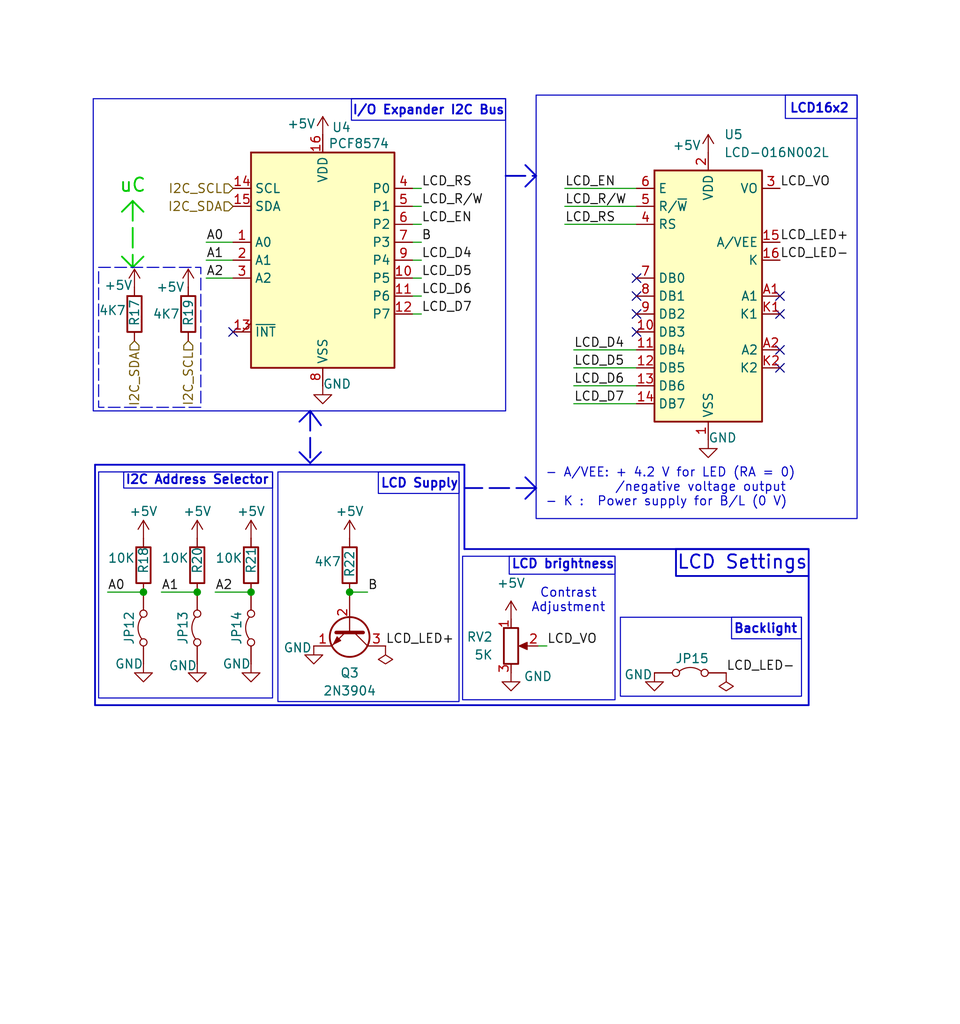
<source format=kicad_sch>
(kicad_sch
	(version 20231120)
	(generator "eeschema")
	(generator_version "8.0")
	(uuid "27298a51-0b30-4e7f-828f-1f024ef26211")
	(paper "User" 136 145)
	(title_block
		(title "LCD Display")
		(date "2024-12-07")
		(rev "2.0")
		(company "Bandung Institute of Technology (ITB)")
		(comment 1 "Bostang Palaguna")
		(comment 2 "Designed by:")
	)
	(lib_symbols
		(symbol "Device:R"
			(pin_numbers hide)
			(pin_names
				(offset 0)
			)
			(exclude_from_sim no)
			(in_bom yes)
			(on_board yes)
			(property "Reference" "R"
				(at 2.032 0 90)
				(effects
					(font
						(size 1.27 1.27)
					)
				)
			)
			(property "Value" "R"
				(at 0 0 90)
				(effects
					(font
						(size 1.27 1.27)
					)
				)
			)
			(property "Footprint" ""
				(at -1.778 0 90)
				(effects
					(font
						(size 1.27 1.27)
					)
					(hide yes)
				)
			)
			(property "Datasheet" "~"
				(at 0 0 0)
				(effects
					(font
						(size 1.27 1.27)
					)
					(hide yes)
				)
			)
			(property "Description" "Resistor"
				(at 0 0 0)
				(effects
					(font
						(size 1.27 1.27)
					)
					(hide yes)
				)
			)
			(property "ki_keywords" "R res resistor"
				(at 0 0 0)
				(effects
					(font
						(size 1.27 1.27)
					)
					(hide yes)
				)
			)
			(property "ki_fp_filters" "R_*"
				(at 0 0 0)
				(effects
					(font
						(size 1.27 1.27)
					)
					(hide yes)
				)
			)
			(symbol "R_0_1"
				(rectangle
					(start -1.016 -2.54)
					(end 1.016 2.54)
					(stroke
						(width 0.254)
						(type default)
					)
					(fill
						(type none)
					)
				)
			)
			(symbol "R_1_1"
				(pin passive line
					(at 0 3.81 270)
					(length 1.27)
					(name "~"
						(effects
							(font
								(size 1.27 1.27)
							)
						)
					)
					(number "1"
						(effects
							(font
								(size 1.27 1.27)
							)
						)
					)
				)
				(pin passive line
					(at 0 -3.81 90)
					(length 1.27)
					(name "~"
						(effects
							(font
								(size 1.27 1.27)
							)
						)
					)
					(number "2"
						(effects
							(font
								(size 1.27 1.27)
							)
						)
					)
				)
			)
		)
		(symbol "Device:R_Potentiometer"
			(pin_names
				(offset 1.016) hide)
			(exclude_from_sim no)
			(in_bom yes)
			(on_board yes)
			(property "Reference" "RV"
				(at -4.445 0 90)
				(effects
					(font
						(size 1.27 1.27)
					)
				)
			)
			(property "Value" "R_Potentiometer"
				(at -2.54 0 90)
				(effects
					(font
						(size 1.27 1.27)
					)
				)
			)
			(property "Footprint" ""
				(at 0 0 0)
				(effects
					(font
						(size 1.27 1.27)
					)
					(hide yes)
				)
			)
			(property "Datasheet" "~"
				(at 0 0 0)
				(effects
					(font
						(size 1.27 1.27)
					)
					(hide yes)
				)
			)
			(property "Description" "Potentiometer"
				(at 0 0 0)
				(effects
					(font
						(size 1.27 1.27)
					)
					(hide yes)
				)
			)
			(property "ki_keywords" "resistor variable"
				(at 0 0 0)
				(effects
					(font
						(size 1.27 1.27)
					)
					(hide yes)
				)
			)
			(property "ki_fp_filters" "Potentiometer*"
				(at 0 0 0)
				(effects
					(font
						(size 1.27 1.27)
					)
					(hide yes)
				)
			)
			(symbol "R_Potentiometer_0_1"
				(polyline
					(pts
						(xy 2.54 0) (xy 1.524 0)
					)
					(stroke
						(width 0)
						(type default)
					)
					(fill
						(type none)
					)
				)
				(polyline
					(pts
						(xy 1.143 0) (xy 2.286 0.508) (xy 2.286 -0.508) (xy 1.143 0)
					)
					(stroke
						(width 0)
						(type default)
					)
					(fill
						(type outline)
					)
				)
				(rectangle
					(start 1.016 2.54)
					(end -1.016 -2.54)
					(stroke
						(width 0.254)
						(type default)
					)
					(fill
						(type none)
					)
				)
			)
			(symbol "R_Potentiometer_1_1"
				(pin passive line
					(at 0 3.81 270)
					(length 1.27)
					(name "1"
						(effects
							(font
								(size 1.27 1.27)
							)
						)
					)
					(number "1"
						(effects
							(font
								(size 1.27 1.27)
							)
						)
					)
				)
				(pin passive line
					(at 3.81 0 180)
					(length 1.27)
					(name "2"
						(effects
							(font
								(size 1.27 1.27)
							)
						)
					)
					(number "2"
						(effects
							(font
								(size 1.27 1.27)
							)
						)
					)
				)
				(pin passive line
					(at 0 -3.81 90)
					(length 1.27)
					(name "3"
						(effects
							(font
								(size 1.27 1.27)
							)
						)
					)
					(number "3"
						(effects
							(font
								(size 1.27 1.27)
							)
						)
					)
				)
			)
		)
		(symbol "Display_Character:LCD-016N002L"
			(exclude_from_sim no)
			(in_bom yes)
			(on_board yes)
			(property "Reference" "U"
				(at -6.35 18.796 0)
				(effects
					(font
						(size 1.27 1.27)
					)
				)
			)
			(property "Value" "LCD-016N002L"
				(at 8.636 18.796 0)
				(effects
					(font
						(size 1.27 1.27)
					)
				)
			)
			(property "Footprint" "Display:LCD-016N002L"
				(at 0.508 -23.368 0)
				(effects
					(font
						(size 1.27 1.27)
					)
					(hide yes)
				)
			)
			(property "Datasheet" "http://www.vishay.com/docs/37299/37299.pdf"
				(at 12.7 -7.62 0)
				(effects
					(font
						(size 1.27 1.27)
					)
					(hide yes)
				)
			)
			(property "Description" "LCD 12x2, 8 bit parallel bus, 3V or 5V VDD"
				(at 0 0 0)
				(effects
					(font
						(size 1.27 1.27)
					)
					(hide yes)
				)
			)
			(property "ki_keywords" "display LCD dot-matrix"
				(at 0 0 0)
				(effects
					(font
						(size 1.27 1.27)
					)
					(hide yes)
				)
			)
			(property "ki_fp_filters" "*LCD*016N002L*"
				(at 0 0 0)
				(effects
					(font
						(size 1.27 1.27)
					)
					(hide yes)
				)
			)
			(symbol "LCD-016N002L_1_1"
				(rectangle
					(start -7.62 17.78)
					(end 7.62 -17.78)
					(stroke
						(width 0.254)
						(type default)
					)
					(fill
						(type background)
					)
				)
				(pin power_in line
					(at 0 -20.32 90)
					(length 2.54)
					(name "VSS"
						(effects
							(font
								(size 1.27 1.27)
							)
						)
					)
					(number "1"
						(effects
							(font
								(size 1.27 1.27)
							)
						)
					)
				)
				(pin bidirectional line
					(at -10.16 -5.08 0)
					(length 2.54)
					(name "DB3"
						(effects
							(font
								(size 1.27 1.27)
							)
						)
					)
					(number "10"
						(effects
							(font
								(size 1.27 1.27)
							)
						)
					)
				)
				(pin bidirectional line
					(at -10.16 -7.62 0)
					(length 2.54)
					(name "DB4"
						(effects
							(font
								(size 1.27 1.27)
							)
						)
					)
					(number "11"
						(effects
							(font
								(size 1.27 1.27)
							)
						)
					)
				)
				(pin bidirectional line
					(at -10.16 -10.16 0)
					(length 2.54)
					(name "DB5"
						(effects
							(font
								(size 1.27 1.27)
							)
						)
					)
					(number "12"
						(effects
							(font
								(size 1.27 1.27)
							)
						)
					)
				)
				(pin bidirectional line
					(at -10.16 -12.7 0)
					(length 2.54)
					(name "DB6"
						(effects
							(font
								(size 1.27 1.27)
							)
						)
					)
					(number "13"
						(effects
							(font
								(size 1.27 1.27)
							)
						)
					)
				)
				(pin bidirectional line
					(at -10.16 -15.24 0)
					(length 2.54)
					(name "DB7"
						(effects
							(font
								(size 1.27 1.27)
							)
						)
					)
					(number "14"
						(effects
							(font
								(size 1.27 1.27)
							)
						)
					)
				)
				(pin power_in line
					(at 10.16 7.62 180)
					(length 2.54)
					(name "A/VEE"
						(effects
							(font
								(size 1.27 1.27)
							)
						)
					)
					(number "15"
						(effects
							(font
								(size 1.27 1.27)
							)
						)
					)
				)
				(pin power_in line
					(at 10.16 5.08 180)
					(length 2.54)
					(name "K"
						(effects
							(font
								(size 1.27 1.27)
							)
						)
					)
					(number "16"
						(effects
							(font
								(size 1.27 1.27)
							)
						)
					)
				)
				(pin power_in line
					(at 0 20.32 270)
					(length 2.54)
					(name "VDD"
						(effects
							(font
								(size 1.27 1.27)
							)
						)
					)
					(number "2"
						(effects
							(font
								(size 1.27 1.27)
							)
						)
					)
				)
				(pin input line
					(at 10.16 15.24 180)
					(length 2.54)
					(name "VO"
						(effects
							(font
								(size 1.27 1.27)
							)
						)
					)
					(number "3"
						(effects
							(font
								(size 1.27 1.27)
							)
						)
					)
				)
				(pin input line
					(at -10.16 10.16 0)
					(length 2.54)
					(name "RS"
						(effects
							(font
								(size 1.27 1.27)
							)
						)
					)
					(number "4"
						(effects
							(font
								(size 1.27 1.27)
							)
						)
					)
				)
				(pin input line
					(at -10.16 12.7 0)
					(length 2.54)
					(name "R/~{W}"
						(effects
							(font
								(size 1.27 1.27)
							)
						)
					)
					(number "5"
						(effects
							(font
								(size 1.27 1.27)
							)
						)
					)
				)
				(pin input line
					(at -10.16 15.24 0)
					(length 2.54)
					(name "E"
						(effects
							(font
								(size 1.27 1.27)
							)
						)
					)
					(number "6"
						(effects
							(font
								(size 1.27 1.27)
							)
						)
					)
				)
				(pin bidirectional line
					(at -10.16 2.54 0)
					(length 2.54)
					(name "DB0"
						(effects
							(font
								(size 1.27 1.27)
							)
						)
					)
					(number "7"
						(effects
							(font
								(size 1.27 1.27)
							)
						)
					)
				)
				(pin bidirectional line
					(at -10.16 0 0)
					(length 2.54)
					(name "DB1"
						(effects
							(font
								(size 1.27 1.27)
							)
						)
					)
					(number "8"
						(effects
							(font
								(size 1.27 1.27)
							)
						)
					)
				)
				(pin bidirectional line
					(at -10.16 -2.54 0)
					(length 2.54)
					(name "DB2"
						(effects
							(font
								(size 1.27 1.27)
							)
						)
					)
					(number "9"
						(effects
							(font
								(size 1.27 1.27)
							)
						)
					)
				)
				(pin power_in line
					(at 10.16 0 180)
					(length 2.54)
					(name "A1"
						(effects
							(font
								(size 1.27 1.27)
							)
						)
					)
					(number "A1"
						(effects
							(font
								(size 1.27 1.27)
							)
						)
					)
				)
				(pin power_in line
					(at 10.16 -7.62 180)
					(length 2.54)
					(name "A2"
						(effects
							(font
								(size 1.27 1.27)
							)
						)
					)
					(number "A2"
						(effects
							(font
								(size 1.27 1.27)
							)
						)
					)
				)
				(pin power_in line
					(at 10.16 -2.54 180)
					(length 2.54)
					(name "K1"
						(effects
							(font
								(size 1.27 1.27)
							)
						)
					)
					(number "K1"
						(effects
							(font
								(size 1.27 1.27)
							)
						)
					)
				)
				(pin power_in line
					(at 10.16 -10.16 180)
					(length 2.54)
					(name "K2"
						(effects
							(font
								(size 1.27 1.27)
							)
						)
					)
					(number "K2"
						(effects
							(font
								(size 1.27 1.27)
							)
						)
					)
				)
			)
		)
		(symbol "Interface_Expansion:PCF8574"
			(exclude_from_sim no)
			(in_bom yes)
			(on_board yes)
			(property "Reference" "U"
				(at -8.89 16.51 0)
				(effects
					(font
						(size 1.27 1.27)
					)
					(justify left)
				)
			)
			(property "Value" "PCF8574"
				(at 2.54 16.51 0)
				(effects
					(font
						(size 1.27 1.27)
					)
					(justify left)
				)
			)
			(property "Footprint" ""
				(at 0 0 0)
				(effects
					(font
						(size 1.27 1.27)
					)
					(hide yes)
				)
			)
			(property "Datasheet" "http://www.nxp.com/docs/en/data-sheet/PCF8574_PCF8574A.pdf"
				(at 0 0 0)
				(effects
					(font
						(size 1.27 1.27)
					)
					(hide yes)
				)
			)
			(property "Description" "8 Bit Port/Expander to I2C Bus, DIP/SOIC-16"
				(at 0 0 0)
				(effects
					(font
						(size 1.27 1.27)
					)
					(hide yes)
				)
			)
			(property "ki_keywords" "I2C Expander"
				(at 0 0 0)
				(effects
					(font
						(size 1.27 1.27)
					)
					(hide yes)
				)
			)
			(property "ki_fp_filters" "DIP*W7.62mm* SOIC*7.5x10.3mm*P1.27mm*"
				(at 0 0 0)
				(effects
					(font
						(size 1.27 1.27)
					)
					(hide yes)
				)
			)
			(symbol "PCF8574_0_1"
				(rectangle
					(start -10.16 15.24)
					(end 10.16 -15.24)
					(stroke
						(width 0.254)
						(type default)
					)
					(fill
						(type background)
					)
				)
			)
			(symbol "PCF8574_1_1"
				(pin input line
					(at -12.7 2.54 0)
					(length 2.54)
					(name "A0"
						(effects
							(font
								(size 1.27 1.27)
							)
						)
					)
					(number "1"
						(effects
							(font
								(size 1.27 1.27)
							)
						)
					)
				)
				(pin bidirectional line
					(at 12.7 -2.54 180)
					(length 2.54)
					(name "P5"
						(effects
							(font
								(size 1.27 1.27)
							)
						)
					)
					(number "10"
						(effects
							(font
								(size 1.27 1.27)
							)
						)
					)
				)
				(pin bidirectional line
					(at 12.7 -5.08 180)
					(length 2.54)
					(name "P6"
						(effects
							(font
								(size 1.27 1.27)
							)
						)
					)
					(number "11"
						(effects
							(font
								(size 1.27 1.27)
							)
						)
					)
				)
				(pin bidirectional line
					(at 12.7 -7.62 180)
					(length 2.54)
					(name "P7"
						(effects
							(font
								(size 1.27 1.27)
							)
						)
					)
					(number "12"
						(effects
							(font
								(size 1.27 1.27)
							)
						)
					)
				)
				(pin open_collector output_low
					(at -12.7 -10.16 0)
					(length 2.54)
					(name "~{INT}"
						(effects
							(font
								(size 1.27 1.27)
							)
						)
					)
					(number "13"
						(effects
							(font
								(size 1.27 1.27)
							)
						)
					)
				)
				(pin input line
					(at -12.7 10.16 0)
					(length 2.54)
					(name "SCL"
						(effects
							(font
								(size 1.27 1.27)
							)
						)
					)
					(number "14"
						(effects
							(font
								(size 1.27 1.27)
							)
						)
					)
				)
				(pin bidirectional line
					(at -12.7 7.62 0)
					(length 2.54)
					(name "SDA"
						(effects
							(font
								(size 1.27 1.27)
							)
						)
					)
					(number "15"
						(effects
							(font
								(size 1.27 1.27)
							)
						)
					)
				)
				(pin power_in line
					(at 0 17.78 270)
					(length 2.54)
					(name "VDD"
						(effects
							(font
								(size 1.27 1.27)
							)
						)
					)
					(number "16"
						(effects
							(font
								(size 1.27 1.27)
							)
						)
					)
				)
				(pin input line
					(at -12.7 0 0)
					(length 2.54)
					(name "A1"
						(effects
							(font
								(size 1.27 1.27)
							)
						)
					)
					(number "2"
						(effects
							(font
								(size 1.27 1.27)
							)
						)
					)
				)
				(pin input line
					(at -12.7 -2.54 0)
					(length 2.54)
					(name "A2"
						(effects
							(font
								(size 1.27 1.27)
							)
						)
					)
					(number "3"
						(effects
							(font
								(size 1.27 1.27)
							)
						)
					)
				)
				(pin bidirectional line
					(at 12.7 10.16 180)
					(length 2.54)
					(name "P0"
						(effects
							(font
								(size 1.27 1.27)
							)
						)
					)
					(number "4"
						(effects
							(font
								(size 1.27 1.27)
							)
						)
					)
				)
				(pin bidirectional line
					(at 12.7 7.62 180)
					(length 2.54)
					(name "P1"
						(effects
							(font
								(size 1.27 1.27)
							)
						)
					)
					(number "5"
						(effects
							(font
								(size 1.27 1.27)
							)
						)
					)
				)
				(pin bidirectional line
					(at 12.7 5.08 180)
					(length 2.54)
					(name "P2"
						(effects
							(font
								(size 1.27 1.27)
							)
						)
					)
					(number "6"
						(effects
							(font
								(size 1.27 1.27)
							)
						)
					)
				)
				(pin bidirectional line
					(at 12.7 2.54 180)
					(length 2.54)
					(name "P3"
						(effects
							(font
								(size 1.27 1.27)
							)
						)
					)
					(number "7"
						(effects
							(font
								(size 1.27 1.27)
							)
						)
					)
				)
				(pin power_in line
					(at 0 -17.78 90)
					(length 2.54)
					(name "VSS"
						(effects
							(font
								(size 1.27 1.27)
							)
						)
					)
					(number "8"
						(effects
							(font
								(size 1.27 1.27)
							)
						)
					)
				)
				(pin bidirectional line
					(at 12.7 0 180)
					(length 2.54)
					(name "P4"
						(effects
							(font
								(size 1.27 1.27)
							)
						)
					)
					(number "9"
						(effects
							(font
								(size 1.27 1.27)
							)
						)
					)
				)
			)
		)
		(symbol "Jumper:Jumper_2_Bridged"
			(pin_numbers hide)
			(pin_names
				(offset 0) hide)
			(exclude_from_sim yes)
			(in_bom yes)
			(on_board yes)
			(property "Reference" "JP"
				(at 0 1.905 0)
				(effects
					(font
						(size 1.27 1.27)
					)
				)
			)
			(property "Value" "Jumper_2_Bridged"
				(at 0 -2.54 0)
				(effects
					(font
						(size 1.27 1.27)
					)
				)
			)
			(property "Footprint" ""
				(at 0 0 0)
				(effects
					(font
						(size 1.27 1.27)
					)
					(hide yes)
				)
			)
			(property "Datasheet" "~"
				(at 0 0 0)
				(effects
					(font
						(size 1.27 1.27)
					)
					(hide yes)
				)
			)
			(property "Description" "Jumper, 2-pole, closed/bridged"
				(at 0 0 0)
				(effects
					(font
						(size 1.27 1.27)
					)
					(hide yes)
				)
			)
			(property "ki_keywords" "Jumper SPST"
				(at 0 0 0)
				(effects
					(font
						(size 1.27 1.27)
					)
					(hide yes)
				)
			)
			(property "ki_fp_filters" "Jumper* TestPoint*2Pads* TestPoint*Bridge*"
				(at 0 0 0)
				(effects
					(font
						(size 1.27 1.27)
					)
					(hide yes)
				)
			)
			(symbol "Jumper_2_Bridged_0_0"
				(circle
					(center -2.032 0)
					(radius 0.508)
					(stroke
						(width 0)
						(type default)
					)
					(fill
						(type none)
					)
				)
				(circle
					(center 2.032 0)
					(radius 0.508)
					(stroke
						(width 0)
						(type default)
					)
					(fill
						(type none)
					)
				)
			)
			(symbol "Jumper_2_Bridged_0_1"
				(arc
					(start 1.524 0.254)
					(mid 0 0.762)
					(end -1.524 0.254)
					(stroke
						(width 0)
						(type default)
					)
					(fill
						(type none)
					)
				)
			)
			(symbol "Jumper_2_Bridged_1_1"
				(pin passive line
					(at -5.08 0 0)
					(length 2.54)
					(name "A"
						(effects
							(font
								(size 1.27 1.27)
							)
						)
					)
					(number "1"
						(effects
							(font
								(size 1.27 1.27)
							)
						)
					)
				)
				(pin passive line
					(at 5.08 0 180)
					(length 2.54)
					(name "B"
						(effects
							(font
								(size 1.27 1.27)
							)
						)
					)
					(number "2"
						(effects
							(font
								(size 1.27 1.27)
							)
						)
					)
				)
			)
		)
		(symbol "Transistor_BJT:2N3904"
			(pin_names
				(offset 0) hide)
			(exclude_from_sim no)
			(in_bom yes)
			(on_board yes)
			(property "Reference" "Q"
				(at 5.08 1.905 0)
				(effects
					(font
						(size 1.27 1.27)
					)
					(justify left)
				)
			)
			(property "Value" "2N3904"
				(at 5.08 0 0)
				(effects
					(font
						(size 1.27 1.27)
					)
					(justify left)
				)
			)
			(property "Footprint" "Package_TO_SOT_THT:TO-92_Inline"
				(at 5.08 -1.905 0)
				(effects
					(font
						(size 1.27 1.27)
						(italic yes)
					)
					(justify left)
					(hide yes)
				)
			)
			(property "Datasheet" "https://www.onsemi.com/pub/Collateral/2N3903-D.PDF"
				(at 0 0 0)
				(effects
					(font
						(size 1.27 1.27)
					)
					(justify left)
					(hide yes)
				)
			)
			(property "Description" "0.2A Ic, 40V Vce, Small Signal NPN Transistor, TO-92"
				(at 0 0 0)
				(effects
					(font
						(size 1.27 1.27)
					)
					(hide yes)
				)
			)
			(property "ki_keywords" "NPN Transistor"
				(at 0 0 0)
				(effects
					(font
						(size 1.27 1.27)
					)
					(hide yes)
				)
			)
			(property "ki_fp_filters" "TO?92*"
				(at 0 0 0)
				(effects
					(font
						(size 1.27 1.27)
					)
					(hide yes)
				)
			)
			(symbol "2N3904_0_1"
				(polyline
					(pts
						(xy 0.635 0.635) (xy 2.54 2.54)
					)
					(stroke
						(width 0)
						(type default)
					)
					(fill
						(type none)
					)
				)
				(polyline
					(pts
						(xy 0.635 -0.635) (xy 2.54 -2.54) (xy 2.54 -2.54)
					)
					(stroke
						(width 0)
						(type default)
					)
					(fill
						(type none)
					)
				)
				(polyline
					(pts
						(xy 0.635 1.905) (xy 0.635 -1.905) (xy 0.635 -1.905)
					)
					(stroke
						(width 0.508)
						(type default)
					)
					(fill
						(type none)
					)
				)
				(polyline
					(pts
						(xy 1.27 -1.778) (xy 1.778 -1.27) (xy 2.286 -2.286) (xy 1.27 -1.778) (xy 1.27 -1.778)
					)
					(stroke
						(width 0)
						(type default)
					)
					(fill
						(type outline)
					)
				)
				(circle
					(center 1.27 0)
					(radius 2.8194)
					(stroke
						(width 0.254)
						(type default)
					)
					(fill
						(type none)
					)
				)
			)
			(symbol "2N3904_1_1"
				(pin passive line
					(at 2.54 -5.08 90)
					(length 2.54)
					(name "E"
						(effects
							(font
								(size 1.27 1.27)
							)
						)
					)
					(number "1"
						(effects
							(font
								(size 1.27 1.27)
							)
						)
					)
				)
				(pin passive line
					(at -5.08 0 0)
					(length 5.715)
					(name "B"
						(effects
							(font
								(size 1.27 1.27)
							)
						)
					)
					(number "2"
						(effects
							(font
								(size 1.27 1.27)
							)
						)
					)
				)
				(pin passive line
					(at 2.54 5.08 270)
					(length 2.54)
					(name "C"
						(effects
							(font
								(size 1.27 1.27)
							)
						)
					)
					(number "3"
						(effects
							(font
								(size 1.27 1.27)
							)
						)
					)
				)
			)
		)
		(symbol "power:+5V"
			(power)
			(pin_numbers hide)
			(pin_names
				(offset 0) hide)
			(exclude_from_sim no)
			(in_bom yes)
			(on_board yes)
			(property "Reference" "#PWR"
				(at 0 -3.81 0)
				(effects
					(font
						(size 1.27 1.27)
					)
					(hide yes)
				)
			)
			(property "Value" "+5V"
				(at 0 3.556 0)
				(effects
					(font
						(size 1.27 1.27)
					)
				)
			)
			(property "Footprint" ""
				(at 0 0 0)
				(effects
					(font
						(size 1.27 1.27)
					)
					(hide yes)
				)
			)
			(property "Datasheet" ""
				(at 0 0 0)
				(effects
					(font
						(size 1.27 1.27)
					)
					(hide yes)
				)
			)
			(property "Description" "Power symbol creates a global label with name \"+5V\""
				(at 0 0 0)
				(effects
					(font
						(size 1.27 1.27)
					)
					(hide yes)
				)
			)
			(property "ki_keywords" "global power"
				(at 0 0 0)
				(effects
					(font
						(size 1.27 1.27)
					)
					(hide yes)
				)
			)
			(symbol "+5V_0_1"
				(polyline
					(pts
						(xy -0.762 1.27) (xy 0 2.54)
					)
					(stroke
						(width 0)
						(type default)
					)
					(fill
						(type none)
					)
				)
				(polyline
					(pts
						(xy 0 0) (xy 0 2.54)
					)
					(stroke
						(width 0)
						(type default)
					)
					(fill
						(type none)
					)
				)
				(polyline
					(pts
						(xy 0 2.54) (xy 0.762 1.27)
					)
					(stroke
						(width 0)
						(type default)
					)
					(fill
						(type none)
					)
				)
			)
			(symbol "+5V_1_1"
				(pin power_in line
					(at 0 0 90)
					(length 0)
					(name "~"
						(effects
							(font
								(size 1.27 1.27)
							)
						)
					)
					(number "1"
						(effects
							(font
								(size 1.27 1.27)
							)
						)
					)
				)
			)
		)
		(symbol "power:GND"
			(power)
			(pin_numbers hide)
			(pin_names
				(offset 0) hide)
			(exclude_from_sim no)
			(in_bom yes)
			(on_board yes)
			(property "Reference" "#PWR"
				(at 0 -6.35 0)
				(effects
					(font
						(size 1.27 1.27)
					)
					(hide yes)
				)
			)
			(property "Value" "GND"
				(at 0 -3.81 0)
				(effects
					(font
						(size 1.27 1.27)
					)
				)
			)
			(property "Footprint" ""
				(at 0 0 0)
				(effects
					(font
						(size 1.27 1.27)
					)
					(hide yes)
				)
			)
			(property "Datasheet" ""
				(at 0 0 0)
				(effects
					(font
						(size 1.27 1.27)
					)
					(hide yes)
				)
			)
			(property "Description" "Power symbol creates a global label with name \"GND\" , ground"
				(at 0 0 0)
				(effects
					(font
						(size 1.27 1.27)
					)
					(hide yes)
				)
			)
			(property "ki_keywords" "global power"
				(at 0 0 0)
				(effects
					(font
						(size 1.27 1.27)
					)
					(hide yes)
				)
			)
			(symbol "GND_0_1"
				(polyline
					(pts
						(xy 0 0) (xy 0 -1.27) (xy 1.27 -1.27) (xy 0 -2.54) (xy -1.27 -1.27) (xy 0 -1.27)
					)
					(stroke
						(width 0)
						(type default)
					)
					(fill
						(type none)
					)
				)
			)
			(symbol "GND_1_1"
				(pin power_in line
					(at 0 0 270)
					(length 0)
					(name "~"
						(effects
							(font
								(size 1.27 1.27)
							)
						)
					)
					(number "1"
						(effects
							(font
								(size 1.27 1.27)
							)
						)
					)
				)
			)
		)
		(symbol "power:PWR_FLAG"
			(power)
			(pin_numbers hide)
			(pin_names
				(offset 0) hide)
			(exclude_from_sim no)
			(in_bom yes)
			(on_board yes)
			(property "Reference" "#FLG"
				(at 0 1.905 0)
				(effects
					(font
						(size 1.27 1.27)
					)
					(hide yes)
				)
			)
			(property "Value" "PWR_FLAG"
				(at 0 3.81 0)
				(effects
					(font
						(size 1.27 1.27)
					)
				)
			)
			(property "Footprint" ""
				(at 0 0 0)
				(effects
					(font
						(size 1.27 1.27)
					)
					(hide yes)
				)
			)
			(property "Datasheet" "~"
				(at 0 0 0)
				(effects
					(font
						(size 1.27 1.27)
					)
					(hide yes)
				)
			)
			(property "Description" "Special symbol for telling ERC where power comes from"
				(at 0 0 0)
				(effects
					(font
						(size 1.27 1.27)
					)
					(hide yes)
				)
			)
			(property "ki_keywords" "flag power"
				(at 0 0 0)
				(effects
					(font
						(size 1.27 1.27)
					)
					(hide yes)
				)
			)
			(symbol "PWR_FLAG_0_0"
				(pin power_out line
					(at 0 0 90)
					(length 0)
					(name "~"
						(effects
							(font
								(size 1.27 1.27)
							)
						)
					)
					(number "1"
						(effects
							(font
								(size 1.27 1.27)
							)
						)
					)
				)
			)
			(symbol "PWR_FLAG_0_1"
				(polyline
					(pts
						(xy 0 0) (xy 0 1.27) (xy -1.016 1.905) (xy 0 2.54) (xy 1.016 1.905) (xy 0 1.27)
					)
					(stroke
						(width 0)
						(type default)
					)
					(fill
						(type none)
					)
				)
			)
		)
	)
	(junction
		(at 49.53 83.82)
		(diameter 0)
		(color 0 0 0 0)
		(uuid "0fbd0c47-b45f-45d2-a4b2-519adc6c4797")
	)
	(junction
		(at 20.32 83.82)
		(diameter 0)
		(color 0 0 0 0)
		(uuid "ae7901d5-fc31-40e6-be02-19f3239c055b")
	)
	(junction
		(at 27.94 83.82)
		(diameter 0)
		(color 0 0 0 0)
		(uuid "d7260639-4a52-46bd-8c01-8d872b47cdad")
	)
	(junction
		(at 35.56 83.82)
		(diameter 0)
		(color 0 0 0 0)
		(uuid "ee903513-19e0-4855-acee-4a95608c24c8")
	)
	(no_connect
		(at 33.02 46.99)
		(uuid "0df2b8c2-74d8-4369-8221-f451ff6ccf9a")
	)
	(no_connect
		(at 110.49 49.53)
		(uuid "1723538c-7d92-4cbb-a569-528ef7bb0898")
	)
	(no_connect
		(at 90.17 41.91)
		(uuid "4aa076b2-e55b-4bd1-a357-a9686964d945")
	)
	(no_connect
		(at 110.49 41.91)
		(uuid "887880fe-4bbe-4a1b-862a-0679fe9ba0cf")
	)
	(no_connect
		(at 110.49 52.07)
		(uuid "8993e9cf-ecc4-44b3-a614-eea03d72f4be")
	)
	(no_connect
		(at 90.17 39.37)
		(uuid "8afd7ee5-b80f-4afe-b8d0-70c9bde41cc8")
	)
	(no_connect
		(at 110.49 44.45)
		(uuid "b49e7031-4503-4540-8ad7-d31ccea1f4b3")
	)
	(no_connect
		(at 90.17 44.45)
		(uuid "e7fbbf9e-e85a-49af-810c-4fa5ffc92061")
	)
	(no_connect
		(at 90.17 46.99)
		(uuid "fb2228a6-6718-4c23-b76a-e420d8b5f76c")
	)
	(polyline
		(pts
			(xy 114.554 81.534) (xy 114.554 99.822)
		)
		(stroke
			(width 0.254)
			(type default)
		)
		(uuid "00b19355-a20e-4c68-88bc-bc01be4d0038")
	)
	(polyline
		(pts
			(xy 45.466 64.008) (xy 43.942 65.532)
		)
		(stroke
			(width 0.254)
			(type dash)
		)
		(uuid "0743754a-547d-4011-afc1-6a4fb946dc17")
	)
	(wire
		(pts
			(xy 59.69 44.45) (xy 58.42 44.45)
		)
		(stroke
			(width 0)
			(type default)
		)
		(uuid "0b3ee450-8af9-4db1-9b01-f2a48090e88f")
	)
	(wire
		(pts
			(xy 81.28 57.15) (xy 90.17 57.15)
		)
		(stroke
			(width 0)
			(type default)
		)
		(uuid "102f15ae-d1cf-41e1-b5ec-f763f3c118e3")
	)
	(wire
		(pts
			(xy 59.69 36.83) (xy 58.42 36.83)
		)
		(stroke
			(width 0)
			(type default)
		)
		(uuid "113ddf07-25c0-4c34-a200-5d958d10d33f")
	)
	(wire
		(pts
			(xy 80.01 26.67) (xy 90.17 26.67)
		)
		(stroke
			(width 0)
			(type default)
		)
		(uuid "1506961a-9329-46ac-af32-c5190c3d1b1f")
	)
	(wire
		(pts
			(xy 30.48 83.82) (xy 35.56 83.82)
		)
		(stroke
			(width 0)
			(type default)
		)
		(uuid "181e6c8d-7662-442b-a57f-d89d37d1694b")
	)
	(polyline
		(pts
			(xy 65.786 65.786) (xy 65.786 77.724)
		)
		(stroke
			(width 0.254)
			(type default)
		)
		(uuid "18955b1e-c323-4af7-a8be-707ad945bf3a")
	)
	(wire
		(pts
			(xy 80.01 31.75) (xy 90.17 31.75)
		)
		(stroke
			(width 0)
			(type default)
		)
		(uuid "19a04313-584c-44d3-8bea-a77b9b2e7dd4")
	)
	(polyline
		(pts
			(xy 17.272 29.972) (xy 18.796 28.448)
		)
		(stroke
			(width 0.254)
			(type dash)
			(color 0 194 0 1)
		)
		(uuid "24ac0879-50c4-4ed8-a914-abd2566dfcfd")
	)
	(wire
		(pts
			(xy 29.21 39.37) (xy 33.02 39.37)
		)
		(stroke
			(width 0)
			(type default)
		)
		(uuid "281f6ad7-7ef4-40ab-86c4-441ea5fc38ca")
	)
	(polyline
		(pts
			(xy 75.946 24.892) (xy 75.946 25.146)
		)
		(stroke
			(width 0)
			(type default)
		)
		(uuid "2839a103-d56d-4ed3-a083-c5cb294cba03")
	)
	(polyline
		(pts
			(xy 65.786 77.724) (xy 114.554 77.724)
		)
		(stroke
			(width 0.254)
			(type default)
		)
		(uuid "2ebbacf3-7242-495e-a84e-f274dec213c8")
	)
	(wire
		(pts
			(xy 81.28 52.07) (xy 90.17 52.07)
		)
		(stroke
			(width 0)
			(type default)
		)
		(uuid "3fa50921-f085-48bc-96c1-74e9b599c92b")
	)
	(wire
		(pts
			(xy 22.86 83.82) (xy 27.94 83.82)
		)
		(stroke
			(width 0)
			(type default)
		)
		(uuid "40899371-bd54-46ae-bcb2-a5f4942cec46")
	)
	(polyline
		(pts
			(xy 74.422 23.368) (xy 75.946 24.892)
		)
		(stroke
			(width 0.254)
			(type dash)
		)
		(uuid "450f09d6-39bc-4cfd-bca8-03c724e103bf")
	)
	(polyline
		(pts
			(xy 75.946 69.088) (xy 65.786 69.088)
		)
		(stroke
			(width 0.254)
			(type dash)
		)
		(uuid "468ca3f8-4cee-4498-b95d-12fd9a7bdafc")
	)
	(wire
		(pts
			(xy 59.69 34.29) (xy 58.42 34.29)
		)
		(stroke
			(width 0)
			(type default)
		)
		(uuid "51252929-c296-4944-a0a6-be1e5c061775")
	)
	(wire
		(pts
			(xy 59.69 26.67) (xy 58.42 26.67)
		)
		(stroke
			(width 0)
			(type default)
		)
		(uuid "53371be2-fcf6-429a-8e64-d48edd29ece7")
	)
	(polyline
		(pts
			(xy 42.418 64.008) (xy 43.942 65.532)
		)
		(stroke
			(width 0.254)
			(type dash)
		)
		(uuid "546e8767-95d3-4049-bb4f-9737d4250cc5")
	)
	(wire
		(pts
			(xy 81.28 49.53) (xy 90.17 49.53)
		)
		(stroke
			(width 0)
			(type default)
		)
		(uuid "56ca4e9d-2921-4274-bd78-a514f849a006")
	)
	(polyline
		(pts
			(xy 75.946 24.892) (xy 75.946 25.146)
		)
		(stroke
			(width 0)
			(type default)
		)
		(uuid "5e100417-1f3c-4ce6-b591-25c6776934da")
	)
	(wire
		(pts
			(xy 29.21 36.83) (xy 33.02 36.83)
		)
		(stroke
			(width 0)
			(type default)
		)
		(uuid "5ed13dd2-1902-4e04-a9c5-0187ae755d5d")
	)
	(wire
		(pts
			(xy 81.28 54.61) (xy 90.17 54.61)
		)
		(stroke
			(width 0)
			(type default)
		)
		(uuid "6656b8e8-b271-4509-ba31-e6323eb479bb")
	)
	(polyline
		(pts
			(xy 74.422 70.612) (xy 75.946 69.088)
		)
		(stroke
			(width 0.254)
			(type dash)
		)
		(uuid "6a5ffd42-4be0-44e0-bd38-0960bf91c1fb")
	)
	(wire
		(pts
			(xy 77.47 91.44) (xy 76.2 91.44)
		)
		(stroke
			(width 0)
			(type default)
		)
		(uuid "7236e578-28e5-4d66-8bda-725f97ccd354")
	)
	(wire
		(pts
			(xy 59.69 29.21) (xy 58.42 29.21)
		)
		(stroke
			(width 0)
			(type default)
		)
		(uuid "763ab225-17f2-424f-8c9c-83dc9f1acdb7")
	)
	(wire
		(pts
			(xy 29.21 34.29) (xy 33.02 34.29)
		)
		(stroke
			(width 0)
			(type default)
		)
		(uuid "82b1642b-b2dc-46e0-9194-16a65e2899df")
	)
	(wire
		(pts
			(xy 15.24 83.82) (xy 20.32 83.82)
		)
		(stroke
			(width 0)
			(type default)
		)
		(uuid "905521c4-b82e-450a-b005-13f27cb4d547")
	)
	(polyline
		(pts
			(xy 18.796 28.448) (xy 18.796 37.846)
		)
		(stroke
			(width 0.254)
			(type dash)
			(color 0 194 0 1)
		)
		(uuid "9709c6c1-d252-451d-a4db-a277356a69fa")
	)
	(wire
		(pts
			(xy 80.01 29.21) (xy 90.17 29.21)
		)
		(stroke
			(width 0)
			(type default)
		)
		(uuid "99cc432e-f2e6-423b-807d-d1c6c5d66ded")
	)
	(polyline
		(pts
			(xy 13.462 99.822) (xy 114.554 99.822)
		)
		(stroke
			(width 0.254)
			(type default)
		)
		(uuid "9c8328f4-d300-4277-a30e-db51c5b2e99b")
	)
	(polyline
		(pts
			(xy 13.462 65.786) (xy 65.786 65.786)
		)
		(stroke
			(width 0.254)
			(type default)
		)
		(uuid "9dc30d11-7297-4298-9608-6c4e504e8c82")
	)
	(wire
		(pts
			(xy 52.07 83.82) (xy 49.53 83.82)
		)
		(stroke
			(width 0)
			(type default)
		)
		(uuid "9dd4859a-c269-4517-8193-4def547bd8ec")
	)
	(polyline
		(pts
			(xy 74.422 67.564) (xy 75.946 69.088)
		)
		(stroke
			(width 0.254)
			(type dash)
		)
		(uuid "a596640d-1e29-4fda-b050-c2be8996b325")
	)
	(polyline
		(pts
			(xy 43.942 58.166) (xy 43.942 65.532)
		)
		(stroke
			(width 0.254)
			(type dash)
		)
		(uuid "ab65739d-e3da-409a-a61c-f63e638f77e0")
	)
	(polyline
		(pts
			(xy 13.462 65.786) (xy 13.462 99.822)
		)
		(stroke
			(width 0.254)
			(type default)
		)
		(uuid "abc6607c-98ce-4aaf-80c7-3242202ef9b2")
	)
	(wire
		(pts
			(xy 59.69 39.37) (xy 58.42 39.37)
		)
		(stroke
			(width 0)
			(type default)
		)
		(uuid "ad0090e2-bd34-4dcf-b85c-8afeb0c0e0e1")
	)
	(polyline
		(pts
			(xy 42.418 59.69) (xy 43.942 58.166)
		)
		(stroke
			(width 0.254)
			(type dash)
		)
		(uuid "b03bca82-fd2d-43ba-bb99-7bfd2a9aa64d")
	)
	(polyline
		(pts
			(xy 20.32 36.322) (xy 18.796 37.846)
		)
		(stroke
			(width 0.254)
			(type dash)
			(color 0 194 0 1)
		)
		(uuid "b7167770-42b1-4c56-9ea5-d25c5ba69616")
	)
	(wire
		(pts
			(xy 59.69 41.91) (xy 58.42 41.91)
		)
		(stroke
			(width 0)
			(type default)
		)
		(uuid "bc7acea9-32e5-406e-b598-b1cc494bbbe0")
	)
	(wire
		(pts
			(xy 59.69 31.75) (xy 58.42 31.75)
		)
		(stroke
			(width 0)
			(type default)
		)
		(uuid "c4efd23a-6862-4947-855f-9ef3a74343e7")
	)
	(polyline
		(pts
			(xy 20.32 29.972) (xy 18.796 28.448)
		)
		(stroke
			(width 0.254)
			(type dash)
			(color 0 194 0 1)
		)
		(uuid "c9a4fed0-31eb-4772-b155-62d85efa5daa")
	)
	(polyline
		(pts
			(xy 17.272 36.322) (xy 18.796 37.846)
		)
		(stroke
			(width 0.254)
			(type dash)
			(color 0 194 0 1)
		)
		(uuid "e024ba4d-c8d4-4260-ad54-e10aafcb4678")
	)
	(polyline
		(pts
			(xy 45.466 60.198) (xy 43.942 58.166)
		)
		(stroke
			(width 0.254)
			(type dash)
		)
		(uuid "e8a9a57b-2505-4145-b157-fe07d48a1d21")
	)
	(polyline
		(pts
			(xy 71.628 24.892) (xy 75.946 24.892)
		)
		(stroke
			(width 0.254)
			(type dash)
		)
		(uuid "ecf2e926-b2c7-4b93-95e7-fe7d82eb9c6e")
	)
	(polyline
		(pts
			(xy 74.422 26.416) (xy 75.946 24.892)
		)
		(stroke
			(width 0.254)
			(type dash)
		)
		(uuid "f8d6914f-5b69-47e8-9543-5fd270793c80")
	)
	(rectangle
		(start 72.136 78.74)
		(end 87.122 81.28)
		(stroke
			(width 0)
			(type default)
		)
		(fill
			(type none)
		)
		(uuid 039a169d-8204-4dd4-8199-aa534a480506)
	)
	(rectangle
		(start 17.526 66.802)
		(end 38.608 69.088)
		(stroke
			(width 0)
			(type default)
		)
		(fill
			(type none)
		)
		(uuid 0e3d62e7-ffd5-40ab-8f17-482490b0276d)
	)
	(rectangle
		(start 103.632 87.376)
		(end 113.538 90.424)
		(stroke
			(width 0)
			(type default)
		)
		(fill
			(type none)
		)
		(uuid 1952a158-0a21-47b0-bfc6-63000df983ef)
	)
	(rectangle
		(start 95.758 77.724)
		(end 114.554 81.534)
		(stroke
			(width 0.254)
			(type default)
		)
		(fill
			(type none)
		)
		(uuid 1c23e157-b105-4069-b3a1-9d559d6f045f)
	)
	(rectangle
		(start 49.784 13.97)
		(end 71.628 17.018)
		(stroke
			(width 0)
			(type default)
		)
		(fill
			(type none)
		)
		(uuid 53d6045b-ec86-4779-8326-b0a0d185eddf)
	)
	(rectangle
		(start 39.37 66.802)
		(end 65.024 99.314)
		(stroke
			(width 0)
			(type default)
		)
		(fill
			(type none)
		)
		(uuid 5f8cbba1-50b2-4294-a36a-9a717907f388)
	)
	(rectangle
		(start 111.252 13.462)
		(end 121.412 16.764)
		(stroke
			(width 0)
			(type default)
		)
		(fill
			(type none)
		)
		(uuid 67932001-3db6-4af9-af6d-322a45729d3b)
	)
	(rectangle
		(start 53.594 66.802)
		(end 65.024 69.85)
		(stroke
			(width 0)
			(type default)
		)
		(fill
			(type none)
		)
		(uuid 6877cbec-6c7d-4383-b583-063e10cc3acd)
	)
	(rectangle
		(start 87.884 87.376)
		(end 113.538 98.552)
		(stroke
			(width 0)
			(type default)
		)
		(fill
			(type none)
		)
		(uuid 70c10b38-7016-4b26-bdb4-18923481fb8e)
	)
	(rectangle
		(start 13.97 37.846)
		(end 28.448 57.658)
		(stroke
			(width 0)
			(type dash)
		)
		(fill
			(type none)
		)
		(uuid 85f86127-3657-44f3-bbac-373fceca5a3c)
	)
	(rectangle
		(start 65.532 78.74)
		(end 87.122 99.06)
		(stroke
			(width 0)
			(type default)
		)
		(fill
			(type none)
		)
		(uuid 8a178faf-e98c-48e9-bcf8-c2cbb3f8774e)
	)
	(rectangle
		(start 13.97 66.802)
		(end 38.608 98.806)
		(stroke
			(width 0)
			(type default)
		)
		(fill
			(type none)
		)
		(uuid 93cf1dd7-6826-435d-b47f-cd858a83e56b)
	)
	(rectangle
		(start 75.946 13.462)
		(end 121.412 73.406)
		(stroke
			(width 0)
			(type default)
		)
		(fill
			(type none)
		)
		(uuid a1e50a54-7f39-4751-be7d-61a84c5cbffc)
	)
	(rectangle
		(start 13.208 13.97)
		(end 71.628 58.166)
		(stroke
			(width 0)
			(type default)
		)
		(fill
			(type none)
		)
		(uuid d5136579-da3b-48ab-9e23-fc57d58c4d89)
	)
	(text "uC"
		(exclude_from_sim no)
		(at 18.796 26.416 0)
		(effects
			(font
				(size 1.905 1.905)
				(thickness 0.254)
				(bold yes)
				(color 0 194 0 1)
			)
		)
		(uuid "0804dffa-f7a6-44c0-a8b1-28b9dad8de98")
	)
	(text "- A/VEE: + 4.2 V for LED (RA = 0)\n		/negative voltage output\n- K :  Power supply for B/L (0 V)\n"
		(exclude_from_sim no)
		(at 77.216 69.088 0)
		(effects
			(font
				(size 1.27 1.27)
			)
			(justify left)
		)
		(uuid "1837fa40-e478-49ae-baf8-e9e1219d4fca")
	)
	(text "LCD16x2"
		(exclude_from_sim no)
		(at 116.078 15.494 0)
		(effects
			(font
				(size 1.27 1.27)
				(thickness 0.254)
				(bold yes)
			)
		)
		(uuid "22e050f5-1ed3-43bd-9a3b-7f7b168c7d20")
	)
	(text "LCD Supply"
		(exclude_from_sim no)
		(at 59.436 68.58 0)
		(effects
			(font
				(size 1.27 1.27)
				(thickness 0.254)
				(bold yes)
			)
		)
		(uuid "5476e086-f164-4a05-9d4e-6b2ba00675fc")
	)
	(text "Backlight"
		(exclude_from_sim no)
		(at 108.458 89.154 0)
		(effects
			(font
				(size 1.27 1.27)
				(thickness 0.254)
				(bold yes)
			)
		)
		(uuid "57c77eeb-2782-467a-934a-dabe33e817a6")
	)
	(text "Contrast\nAdjustment"
		(exclude_from_sim no)
		(at 80.518 85.09 0)
		(effects
			(font
				(size 1.27 1.27)
				(thickness 0.1588)
			)
		)
		(uuid "6737707f-75f6-43ca-9022-9606532a58c5")
	)
	(text "I/O Expander I2C Bus"
		(exclude_from_sim no)
		(at 60.706 15.748 0)
		(effects
			(font
				(size 1.27 1.27)
				(thickness 0.254)
				(bold yes)
			)
		)
		(uuid "a7165706-e0c7-4f08-b99d-ae5b46bf4763")
	)
	(text "LCD brightness"
		(exclude_from_sim no)
		(at 79.756 80.01 0)
		(effects
			(font
				(size 1.27 1.27)
				(thickness 0.254)
				(bold yes)
			)
		)
		(uuid "d3df0b34-5d24-4980-b1f2-7e040969d2cd")
	)
	(text "I2C Address Selector"
		(exclude_from_sim no)
		(at 27.94 68.072 0)
		(effects
			(font
				(size 1.27 1.27)
				(thickness 0.254)
				(bold yes)
			)
		)
		(uuid "da8f0932-0be9-40b7-91a9-539c0b98a5f6")
	)
	(text "LCD Settings"
		(exclude_from_sim no)
		(at 105.156 79.756 0)
		(effects
			(font
				(size 1.905 1.905)
				(thickness 0.254)
				(bold yes)
			)
		)
		(uuid "fc2da7db-49a4-4110-a344-bd32133e26f9")
	)
	(label "A0"
		(at 15.24 83.82 0)
		(fields_autoplaced yes)
		(effects
			(font
				(size 1.27 1.27)
			)
			(justify left bottom)
		)
		(uuid "18c4c49a-f6ae-4017-86eb-55d3937ff58c")
	)
	(label "LCD_LED-"
		(at 110.49 36.83 0)
		(fields_autoplaced yes)
		(effects
			(font
				(size 1.27 1.27)
			)
			(justify left bottom)
		)
		(uuid "1b6c4ea7-eb44-4a6a-9dc2-b108712e1475")
	)
	(label "LCD_D7"
		(at 81.28 57.15 0)
		(fields_autoplaced yes)
		(effects
			(font
				(size 1.27 1.27)
			)
			(justify left bottom)
		)
		(uuid "1e143de9-89b3-4682-8dd0-e9a552b26897")
	)
	(label "LCD_EN"
		(at 59.69 31.75 0)
		(fields_autoplaced yes)
		(effects
			(font
				(size 1.27 1.27)
			)
			(justify left bottom)
		)
		(uuid "1fa462d6-f2c7-4eb8-8208-d0300e4849ea")
	)
	(label "LCD_D6"
		(at 59.69 41.91 0)
		(fields_autoplaced yes)
		(effects
			(font
				(size 1.27 1.27)
			)
			(justify left bottom)
		)
		(uuid "2cf3902d-6a1c-4444-9106-36ce47406b09")
	)
	(label "LCD_R{slash}W"
		(at 59.69 29.21 0)
		(fields_autoplaced yes)
		(effects
			(font
				(size 1.27 1.27)
			)
			(justify left bottom)
		)
		(uuid "3bd2c795-b2dd-4943-9826-c1347ddd3b4d")
	)
	(label "A2"
		(at 30.48 83.82 0)
		(fields_autoplaced yes)
		(effects
			(font
				(size 1.27 1.27)
			)
			(justify left bottom)
		)
		(uuid "3cddf9ac-c555-4d88-ba00-6d84ffc07e83")
	)
	(label "LCD_RS"
		(at 59.69 26.67 0)
		(fields_autoplaced yes)
		(effects
			(font
				(size 1.27 1.27)
			)
			(justify left bottom)
		)
		(uuid "3decd9f1-11f0-452e-ad0c-baa0cdb2cd9a")
	)
	(label "LCD_RS"
		(at 80.01 31.75 0)
		(fields_autoplaced yes)
		(effects
			(font
				(size 1.27 1.27)
			)
			(justify left bottom)
		)
		(uuid "40f3859a-02a9-4fa5-a8f8-df75fbe94f7a")
	)
	(label "A1"
		(at 29.21 36.83 0)
		(fields_autoplaced yes)
		(effects
			(font
				(size 1.27 1.27)
			)
			(justify left bottom)
		)
		(uuid "420ec424-51db-4591-a8f6-b22182af61a8")
	)
	(label "LCD_VO"
		(at 77.47 91.44 0)
		(fields_autoplaced yes)
		(effects
			(font
				(size 1.27 1.27)
			)
			(justify left bottom)
		)
		(uuid "4c90d77c-f65e-4547-8aac-8cd9a9df6f27")
	)
	(label "LCD_D6"
		(at 81.28 54.61 0)
		(fields_autoplaced yes)
		(effects
			(font
				(size 1.27 1.27)
			)
			(justify left bottom)
		)
		(uuid "5baa67f4-5feb-4014-8c3a-9d52b9a3e665")
	)
	(label "A0"
		(at 29.21 34.29 0)
		(fields_autoplaced yes)
		(effects
			(font
				(size 1.27 1.27)
			)
			(justify left bottom)
		)
		(uuid "684cd5e5-0527-4f03-89a4-7a55518672e5")
	)
	(label "A2"
		(at 29.21 39.37 0)
		(fields_autoplaced yes)
		(effects
			(font
				(size 1.27 1.27)
			)
			(justify left bottom)
		)
		(uuid "6d0ba613-6fba-4329-9e22-e8a09f972cd4")
	)
	(label "B"
		(at 59.69 34.29 0)
		(fields_autoplaced yes)
		(effects
			(font
				(size 1.27 1.27)
			)
			(justify left bottom)
		)
		(uuid "7314fba1-217f-4333-a5fd-b41dfb537b8e")
	)
	(label "A1"
		(at 22.86 83.82 0)
		(fields_autoplaced yes)
		(effects
			(font
				(size 1.27 1.27)
			)
			(justify left bottom)
		)
		(uuid "793f3358-b00d-4fa8-8163-15891e05db6c")
	)
	(label "LCD_D4"
		(at 81.28 49.53 0)
		(fields_autoplaced yes)
		(effects
			(font
				(size 1.27 1.27)
			)
			(justify left bottom)
		)
		(uuid "7d078d8c-ba04-40a9-9620-12f5d7bfe3ed")
	)
	(label "B"
		(at 52.07 83.82 0)
		(fields_autoplaced yes)
		(effects
			(font
				(size 1.27 1.27)
			)
			(justify left bottom)
		)
		(uuid "7fd9b3a4-3cf2-44e5-bb98-58cd7d177a2d")
	)
	(label "LCD_D5"
		(at 81.28 52.07 0)
		(fields_autoplaced yes)
		(effects
			(font
				(size 1.27 1.27)
			)
			(justify left bottom)
		)
		(uuid "8211d9ae-df83-4b65-9ce3-75fa0b8db63c")
	)
	(label "LCD_D4"
		(at 59.69 36.83 0)
		(fields_autoplaced yes)
		(effects
			(font
				(size 1.27 1.27)
			)
			(justify left bottom)
		)
		(uuid "8fdf7e87-2a41-46df-aa80-e36f300f241e")
	)
	(label "LCD_LED-"
		(at 102.87 95.25 0)
		(fields_autoplaced yes)
		(effects
			(font
				(size 1.27 1.27)
			)
			(justify left bottom)
		)
		(uuid "ac57beb0-3df1-40cb-b70c-5d597d5ac82f")
	)
	(label "LCD_VO"
		(at 110.49 26.67 0)
		(fields_autoplaced yes)
		(effects
			(font
				(size 1.27 1.27)
			)
			(justify left bottom)
		)
		(uuid "b5f0b51f-ef2c-4ada-a153-8a769476a5f7")
	)
	(label "LCD_LED+"
		(at 54.61 91.44 0)
		(fields_autoplaced yes)
		(effects
			(font
				(size 1.27 1.27)
			)
			(justify left bottom)
		)
		(uuid "d1af21d7-f41f-4c1b-8dda-95fa71c0fe51")
	)
	(label "LCD_D5"
		(at 59.69 39.37 0)
		(fields_autoplaced yes)
		(effects
			(font
				(size 1.27 1.27)
			)
			(justify left bottom)
		)
		(uuid "d821b5fc-40d4-4663-bf56-65fa7401c2b0")
	)
	(label "LCD_D7"
		(at 59.69 44.45 0)
		(fields_autoplaced yes)
		(effects
			(font
				(size 1.27 1.27)
			)
			(justify left bottom)
		)
		(uuid "d848d3fb-5cbc-400c-8c03-d090e90977d5")
	)
	(label "LCD_EN"
		(at 80.01 26.67 0)
		(fields_autoplaced yes)
		(effects
			(font
				(size 1.27 1.27)
			)
			(justify left bottom)
		)
		(uuid "daed1f86-cda6-4292-937a-5b0d9d9b129d")
	)
	(label "LCD_R{slash}W"
		(at 80.01 29.21 0)
		(fields_autoplaced yes)
		(effects
			(font
				(size 1.27 1.27)
			)
			(justify left bottom)
		)
		(uuid "e2bc4e97-0d3e-4c28-b25b-5c326766de44")
	)
	(label "LCD_LED+"
		(at 110.49 34.29 0)
		(fields_autoplaced yes)
		(effects
			(font
				(size 1.27 1.27)
			)
			(justify left bottom)
		)
		(uuid "fdc8ee95-48be-4522-baa7-a88cd3f8f84e")
	)
	(hierarchical_label "I2C_SDA"
		(shape input)
		(at 33.02 29.21 180)
		(fields_autoplaced yes)
		(effects
			(font
				(size 1.27 1.27)
			)
			(justify right)
		)
		(uuid "126ef86a-35df-47cd-9c98-a52c563649db")
	)
	(hierarchical_label "I2C_SCL"
		(shape input)
		(at 26.67 48.26 270)
		(fields_autoplaced yes)
		(effects
			(font
				(size 1.27 1.27)
			)
			(justify right)
		)
		(uuid "6d83070e-9c20-4e13-9389-8f67a4cf7247")
	)
	(hierarchical_label "I2C_SDA"
		(shape input)
		(at 19.05 48.26 270)
		(fields_autoplaced yes)
		(effects
			(font
				(size 1.27 1.27)
			)
			(justify right)
		)
		(uuid "b15ed3fc-c6bd-4030-b63d-b28358f4cb6e")
	)
	(hierarchical_label "I2C_SCL"
		(shape input)
		(at 33.02 26.67 180)
		(fields_autoplaced yes)
		(effects
			(font
				(size 1.27 1.27)
			)
			(justify right)
		)
		(uuid "fd9d3823-e9cf-4020-8d24-5201c92ec94d")
	)
	(symbol
		(lib_id "power:PWR_FLAG")
		(at 102.87 95.25 180)
		(unit 1)
		(exclude_from_sim no)
		(in_bom yes)
		(on_board yes)
		(dnp no)
		(fields_autoplaced yes)
		(uuid "096e90af-9dfa-4810-93aa-76129e38fbce")
		(property "Reference" "#FLG05"
			(at 102.87 97.155 0)
			(effects
				(font
					(size 1.27 1.27)
				)
				(hide yes)
			)
		)
		(property "Value" "PWR_FLAG"
			(at 102.87 100.33 0)
			(effects
				(font
					(size 1.27 1.27)
				)
				(hide yes)
			)
		)
		(property "Footprint" ""
			(at 102.87 95.25 0)
			(effects
				(font
					(size 1.27 1.27)
				)
				(hide yes)
			)
		)
		(property "Datasheet" "~"
			(at 102.87 95.25 0)
			(effects
				(font
					(size 1.27 1.27)
				)
				(hide yes)
			)
		)
		(property "Description" "Special symbol for telling ERC where power comes from"
			(at 102.87 95.25 0)
			(effects
				(font
					(size 1.27 1.27)
				)
				(hide yes)
			)
		)
		(pin "1"
			(uuid "b0acba84-f3f5-496a-85c6-63ef90815ad5")
		)
		(instances
			(project "EmbeddedSystemKit"
				(path "/747b9952-e431-4623-82a2-83ea2a8fb67d/8f769980-6483-4827-8bb2-fe092341a872"
					(reference "#FLG05")
					(unit 1)
				)
			)
		)
	)
	(symbol
		(lib_id "power:GND")
		(at 20.32 93.98 0)
		(unit 1)
		(exclude_from_sim no)
		(in_bom yes)
		(on_board yes)
		(dnp no)
		(uuid "1604b304-b49c-43e4-9462-c31b95f573d9")
		(property "Reference" "#PWR047"
			(at 20.32 100.33 0)
			(effects
				(font
					(size 1.27 1.27)
				)
				(hide yes)
			)
		)
		(property "Value" "GND"
			(at 18.288 93.98 0)
			(effects
				(font
					(size 1.27 1.27)
				)
			)
		)
		(property "Footprint" ""
			(at 20.32 93.98 0)
			(effects
				(font
					(size 1.27 1.27)
				)
				(hide yes)
			)
		)
		(property "Datasheet" ""
			(at 20.32 93.98 0)
			(effects
				(font
					(size 1.27 1.27)
				)
				(hide yes)
			)
		)
		(property "Description" "Power symbol creates a global label with name \"GND\" , ground"
			(at 20.32 93.98 0)
			(effects
				(font
					(size 1.27 1.27)
				)
				(hide yes)
			)
		)
		(pin "1"
			(uuid "724eebcd-f60c-42b9-8e79-164f911061e0")
		)
		(instances
			(project "EmbeddedSystemKit"
				(path "/747b9952-e431-4623-82a2-83ea2a8fb67d/8f769980-6483-4827-8bb2-fe092341a872"
					(reference "#PWR047")
					(unit 1)
				)
			)
		)
	)
	(symbol
		(lib_id "power:GND")
		(at 100.33 62.23 0)
		(unit 1)
		(exclude_from_sim no)
		(in_bom yes)
		(on_board yes)
		(dnp no)
		(uuid "164f3518-604c-4a3a-b42a-bec259a0033e")
		(property "Reference" "#PWR061"
			(at 100.33 68.58 0)
			(effects
				(font
					(size 1.27 1.27)
				)
				(hide yes)
			)
		)
		(property "Value" "GND"
			(at 102.362 61.976 0)
			(effects
				(font
					(size 1.27 1.27)
				)
			)
		)
		(property "Footprint" ""
			(at 100.33 62.23 0)
			(effects
				(font
					(size 1.27 1.27)
				)
				(hide yes)
			)
		)
		(property "Datasheet" ""
			(at 100.33 62.23 0)
			(effects
				(font
					(size 1.27 1.27)
				)
				(hide yes)
			)
		)
		(property "Description" "Power symbol creates a global label with name \"GND\" , ground"
			(at 100.33 62.23 0)
			(effects
				(font
					(size 1.27 1.27)
				)
				(hide yes)
			)
		)
		(pin "1"
			(uuid "c08d9a11-346d-4ab4-b3af-35b42f734a71")
		)
		(instances
			(project "EmbeddedSystemKit"
				(path "/747b9952-e431-4623-82a2-83ea2a8fb67d/8f769980-6483-4827-8bb2-fe092341a872"
					(reference "#PWR061")
					(unit 1)
				)
			)
		)
	)
	(symbol
		(lib_id "power:+5V")
		(at 72.39 87.63 0)
		(unit 1)
		(exclude_from_sim no)
		(in_bom yes)
		(on_board yes)
		(dnp no)
		(fields_autoplaced yes)
		(uuid "187fed7a-0641-4b0f-bdbf-28a4d3cb0294")
		(property "Reference" "#PWR057"
			(at 72.39 91.44 0)
			(effects
				(font
					(size 1.27 1.27)
				)
				(hide yes)
			)
		)
		(property "Value" "+5V"
			(at 72.39 82.55 0)
			(effects
				(font
					(size 1.27 1.27)
				)
			)
		)
		(property "Footprint" ""
			(at 72.39 87.63 0)
			(effects
				(font
					(size 1.27 1.27)
				)
				(hide yes)
			)
		)
		(property "Datasheet" ""
			(at 72.39 87.63 0)
			(effects
				(font
					(size 1.27 1.27)
				)
				(hide yes)
			)
		)
		(property "Description" "Power symbol creates a global label with name \"+5V\""
			(at 72.39 87.63 0)
			(effects
				(font
					(size 1.27 1.27)
				)
				(hide yes)
			)
		)
		(pin "1"
			(uuid "1a3dfac4-cd88-4835-a25f-d24769f4a6ea")
		)
		(instances
			(project "EmbeddedSystemKit"
				(path "/747b9952-e431-4623-82a2-83ea2a8fb67d/8f769980-6483-4827-8bb2-fe092341a872"
					(reference "#PWR057")
					(unit 1)
				)
			)
		)
	)
	(symbol
		(lib_id "Jumper:Jumper_2_Bridged")
		(at 27.94 88.9 90)
		(unit 1)
		(exclude_from_sim yes)
		(in_bom yes)
		(on_board yes)
		(dnp no)
		(uuid "2382a195-9de7-41f8-8ae1-210874f0a5d0")
		(property "Reference" "JP13"
			(at 25.908 88.9 0)
			(effects
				(font
					(size 1.27 1.27)
				)
			)
		)
		(property "Value" "Jumper_2_Bridged"
			(at 25.4 88.9 0)
			(effects
				(font
					(size 1.27 1.27)
				)
				(hide yes)
			)
		)
		(property "Footprint" "Jumper:SolderJumper-2_P1.3mm_Open_Pad1.0x1.5mm"
			(at 27.94 88.9 0)
			(effects
				(font
					(size 1.27 1.27)
				)
				(hide yes)
			)
		)
		(property "Datasheet" "~"
			(at 27.94 88.9 0)
			(effects
				(font
					(size 1.27 1.27)
				)
				(hide yes)
			)
		)
		(property "Description" "Jumper, 2-pole, closed/bridged"
			(at 27.94 88.9 0)
			(effects
				(font
					(size 1.27 1.27)
				)
				(hide yes)
			)
		)
		(pin "1"
			(uuid "7f261d30-6a5f-45e6-8af4-c3427638c415")
		)
		(pin "2"
			(uuid "0ef487b7-64d6-4318-88a3-6e976464ecc7")
		)
		(instances
			(project "EmbeddedSystemKit"
				(path "/747b9952-e431-4623-82a2-83ea2a8fb67d/8f769980-6483-4827-8bb2-fe092341a872"
					(reference "JP13")
					(unit 1)
				)
			)
		)
	)
	(symbol
		(lib_id "power:GND")
		(at 72.39 95.25 0)
		(unit 1)
		(exclude_from_sim no)
		(in_bom yes)
		(on_board yes)
		(dnp no)
		(uuid "2492cd8a-0832-4e7a-9864-f40e0e7e477f")
		(property "Reference" "#PWR058"
			(at 72.39 101.6 0)
			(effects
				(font
					(size 1.27 1.27)
				)
				(hide yes)
			)
		)
		(property "Value" "GND"
			(at 76.2 95.758 0)
			(effects
				(font
					(size 1.27 1.27)
				)
			)
		)
		(property "Footprint" ""
			(at 72.39 95.25 0)
			(effects
				(font
					(size 1.27 1.27)
				)
				(hide yes)
			)
		)
		(property "Datasheet" ""
			(at 72.39 95.25 0)
			(effects
				(font
					(size 1.27 1.27)
				)
				(hide yes)
			)
		)
		(property "Description" "Power symbol creates a global label with name \"GND\" , ground"
			(at 72.39 95.25 0)
			(effects
				(font
					(size 1.27 1.27)
				)
				(hide yes)
			)
		)
		(pin "1"
			(uuid "a712fe84-fd22-4f8d-a246-89591f908beb")
		)
		(instances
			(project "EmbeddedSystemKit"
				(path "/747b9952-e431-4623-82a2-83ea2a8fb67d/8f769980-6483-4827-8bb2-fe092341a872"
					(reference "#PWR058")
					(unit 1)
				)
			)
		)
	)
	(symbol
		(lib_id "power:GND")
		(at 27.94 93.98 0)
		(unit 1)
		(exclude_from_sim no)
		(in_bom yes)
		(on_board yes)
		(dnp no)
		(uuid "2ea9fb8a-3dc0-48c8-88e1-e287b14166d2")
		(property "Reference" "#PWR050"
			(at 27.94 100.33 0)
			(effects
				(font
					(size 1.27 1.27)
				)
				(hide yes)
			)
		)
		(property "Value" "GND"
			(at 25.908 94.234 0)
			(effects
				(font
					(size 1.27 1.27)
				)
			)
		)
		(property "Footprint" ""
			(at 27.94 93.98 0)
			(effects
				(font
					(size 1.27 1.27)
				)
				(hide yes)
			)
		)
		(property "Datasheet" ""
			(at 27.94 93.98 0)
			(effects
				(font
					(size 1.27 1.27)
				)
				(hide yes)
			)
		)
		(property "Description" "Power symbol creates a global label with name \"GND\" , ground"
			(at 27.94 93.98 0)
			(effects
				(font
					(size 1.27 1.27)
				)
				(hide yes)
			)
		)
		(pin "1"
			(uuid "ed52d1a3-c22a-401d-ba24-49f44fc7afd4")
		)
		(instances
			(project "EmbeddedSystemKit"
				(path "/747b9952-e431-4623-82a2-83ea2a8fb67d/8f769980-6483-4827-8bb2-fe092341a872"
					(reference "#PWR050")
					(unit 1)
				)
			)
		)
	)
	(symbol
		(lib_id "Device:R")
		(at 26.67 44.45 0)
		(unit 1)
		(exclude_from_sim no)
		(in_bom yes)
		(on_board yes)
		(dnp no)
		(uuid "4192afff-985d-42aa-8910-f3aeb7151fed")
		(property "Reference" "R19"
			(at 26.67 46.228 90)
			(effects
				(font
					(size 1.27 1.27)
				)
				(justify left)
			)
		)
		(property "Value" "4K7"
			(at 21.59 44.45 0)
			(effects
				(font
					(size 1.27 1.27)
				)
				(justify left)
			)
		)
		(property "Footprint" "Resistor_SMD:R_0805_2012Metric"
			(at 24.892 44.45 90)
			(effects
				(font
					(size 1.27 1.27)
				)
				(hide yes)
			)
		)
		(property "Datasheet" "~"
			(at 26.67 44.45 0)
			(effects
				(font
					(size 1.27 1.27)
				)
				(hide yes)
			)
		)
		(property "Description" "Resistor"
			(at 26.67 44.45 0)
			(effects
				(font
					(size 1.27 1.27)
				)
				(hide yes)
			)
		)
		(pin "2"
			(uuid "1bf56e28-e8b9-44dc-8c56-4cf8b0e1c2b6")
		)
		(pin "1"
			(uuid "55ec4bc2-a9b9-4e68-8cac-5f81db6d7801")
		)
		(instances
			(project "EmbeddedSystemKit"
				(path "/747b9952-e431-4623-82a2-83ea2a8fb67d/8f769980-6483-4827-8bb2-fe092341a872"
					(reference "R19")
					(unit 1)
				)
			)
		)
	)
	(symbol
		(lib_id "power:GND")
		(at 35.56 93.98 0)
		(unit 1)
		(exclude_from_sim no)
		(in_bom yes)
		(on_board yes)
		(dnp no)
		(uuid "43a1eff1-9213-4546-8465-710e4070b3a2")
		(property "Reference" "#PWR052"
			(at 35.56 100.33 0)
			(effects
				(font
					(size 1.27 1.27)
				)
				(hide yes)
			)
		)
		(property "Value" "GND"
			(at 33.528 93.98 0)
			(effects
				(font
					(size 1.27 1.27)
				)
			)
		)
		(property "Footprint" ""
			(at 35.56 93.98 0)
			(effects
				(font
					(size 1.27 1.27)
				)
				(hide yes)
			)
		)
		(property "Datasheet" ""
			(at 35.56 93.98 0)
			(effects
				(font
					(size 1.27 1.27)
				)
				(hide yes)
			)
		)
		(property "Description" "Power symbol creates a global label with name \"GND\" , ground"
			(at 35.56 93.98 0)
			(effects
				(font
					(size 1.27 1.27)
				)
				(hide yes)
			)
		)
		(pin "1"
			(uuid "915e4c62-b789-4fa1-8c89-e2b471ef7ca0")
		)
		(instances
			(project "EmbeddedSystemKit"
				(path "/747b9952-e431-4623-82a2-83ea2a8fb67d/8f769980-6483-4827-8bb2-fe092341a872"
					(reference "#PWR052")
					(unit 1)
				)
			)
		)
	)
	(symbol
		(lib_id "Jumper:Jumper_2_Bridged")
		(at 20.32 88.9 90)
		(unit 1)
		(exclude_from_sim yes)
		(in_bom yes)
		(on_board yes)
		(dnp no)
		(uuid "46d67c81-49fc-4e92-ac38-1fdc8a61c381")
		(property "Reference" "JP12"
			(at 18.288 88.9 0)
			(effects
				(font
					(size 1.27 1.27)
				)
			)
		)
		(property "Value" "Jumper_2_Bridged"
			(at 17.78 88.9 0)
			(effects
				(font
					(size 1.27 1.27)
				)
				(hide yes)
			)
		)
		(property "Footprint" "Jumper:SolderJumper-2_P1.3mm_Open_Pad1.0x1.5mm"
			(at 20.32 88.9 0)
			(effects
				(font
					(size 1.27 1.27)
				)
				(hide yes)
			)
		)
		(property "Datasheet" "~"
			(at 20.32 88.9 0)
			(effects
				(font
					(size 1.27 1.27)
				)
				(hide yes)
			)
		)
		(property "Description" "Jumper, 2-pole, closed/bridged"
			(at 20.32 88.9 0)
			(effects
				(font
					(size 1.27 1.27)
				)
				(hide yes)
			)
		)
		(pin "1"
			(uuid "7b77190f-2c0b-43f9-9a13-7e139b633dbe")
		)
		(pin "2"
			(uuid "48a8acd6-fe45-4df9-bf66-13d0ae45b88f")
		)
		(instances
			(project "EmbeddedSystemKit"
				(path "/747b9952-e431-4623-82a2-83ea2a8fb67d/8f769980-6483-4827-8bb2-fe092341a872"
					(reference "JP12")
					(unit 1)
				)
			)
		)
	)
	(symbol
		(lib_id "Device:R")
		(at 19.05 44.45 0)
		(unit 1)
		(exclude_from_sim no)
		(in_bom yes)
		(on_board yes)
		(dnp no)
		(uuid "4743051a-0bb7-4680-93c1-1f3af689a643")
		(property "Reference" "R17"
			(at 19.05 46.228 90)
			(effects
				(font
					(size 1.27 1.27)
				)
				(justify left)
			)
		)
		(property "Value" "4K7"
			(at 13.97 43.942 0)
			(effects
				(font
					(size 1.27 1.27)
				)
				(justify left)
			)
		)
		(property "Footprint" "Resistor_SMD:R_0805_2012Metric"
			(at 17.272 44.45 90)
			(effects
				(font
					(size 1.27 1.27)
				)
				(hide yes)
			)
		)
		(property "Datasheet" "~"
			(at 19.05 44.45 0)
			(effects
				(font
					(size 1.27 1.27)
				)
				(hide yes)
			)
		)
		(property "Description" "Resistor"
			(at 19.05 44.45 0)
			(effects
				(font
					(size 1.27 1.27)
				)
				(hide yes)
			)
		)
		(pin "2"
			(uuid "5a8ff320-53f9-4afe-b692-f480c414bd8f")
		)
		(pin "1"
			(uuid "815e3cdd-b2fb-403c-b81f-53b6a5f2b7c1")
		)
		(instances
			(project "EmbeddedSystemKit"
				(path "/747b9952-e431-4623-82a2-83ea2a8fb67d/8f769980-6483-4827-8bb2-fe092341a872"
					(reference "R17")
					(unit 1)
				)
			)
		)
	)
	(symbol
		(lib_id "Device:R")
		(at 35.56 80.01 0)
		(unit 1)
		(exclude_from_sim no)
		(in_bom yes)
		(on_board yes)
		(dnp no)
		(uuid "53abf712-080d-4bf4-9b8d-c2d4b4ea5759")
		(property "Reference" "R21"
			(at 35.56 81.28 90)
			(effects
				(font
					(size 1.27 1.27)
				)
				(justify left)
			)
		)
		(property "Value" "10K"
			(at 30.48 78.994 0)
			(effects
				(font
					(size 1.27 1.27)
				)
				(justify left)
			)
		)
		(property "Footprint" "Resistor_SMD:R_0805_2012Metric"
			(at 33.782 80.01 90)
			(effects
				(font
					(size 1.27 1.27)
				)
				(hide yes)
			)
		)
		(property "Datasheet" "~"
			(at 35.56 80.01 0)
			(effects
				(font
					(size 1.27 1.27)
				)
				(hide yes)
			)
		)
		(property "Description" "Resistor"
			(at 35.56 80.01 0)
			(effects
				(font
					(size 1.27 1.27)
				)
				(hide yes)
			)
		)
		(pin "2"
			(uuid "a9c9fc61-dd47-458c-8afe-67c5eb22c063")
		)
		(pin "1"
			(uuid "34a9a84b-ac19-4f7a-9b35-1e017bc1ba2b")
		)
		(instances
			(project "EmbeddedSystemKit"
				(path "/747b9952-e431-4623-82a2-83ea2a8fb67d/8f769980-6483-4827-8bb2-fe092341a872"
					(reference "R21")
					(unit 1)
				)
			)
		)
	)
	(symbol
		(lib_id "power:+5V")
		(at 100.33 21.59 0)
		(unit 1)
		(exclude_from_sim no)
		(in_bom yes)
		(on_board yes)
		(dnp no)
		(uuid "67af5dde-f7bb-4c0e-b19f-d8372f9ec093")
		(property "Reference" "#PWR060"
			(at 100.33 25.4 0)
			(effects
				(font
					(size 1.27 1.27)
				)
				(hide yes)
			)
		)
		(property "Value" "+5V"
			(at 97.282 20.574 0)
			(effects
				(font
					(size 1.27 1.27)
				)
			)
		)
		(property "Footprint" ""
			(at 100.33 21.59 0)
			(effects
				(font
					(size 1.27 1.27)
				)
				(hide yes)
			)
		)
		(property "Datasheet" ""
			(at 100.33 21.59 0)
			(effects
				(font
					(size 1.27 1.27)
				)
				(hide yes)
			)
		)
		(property "Description" "Power symbol creates a global label with name \"+5V\""
			(at 100.33 21.59 0)
			(effects
				(font
					(size 1.27 1.27)
				)
				(hide yes)
			)
		)
		(pin "1"
			(uuid "ee4c83ad-2f1e-486c-835a-3b290f14143e")
		)
		(instances
			(project "EmbeddedSystemKit"
				(path "/747b9952-e431-4623-82a2-83ea2a8fb67d/8f769980-6483-4827-8bb2-fe092341a872"
					(reference "#PWR060")
					(unit 1)
				)
			)
		)
	)
	(symbol
		(lib_id "power:GND")
		(at 92.71 95.25 0)
		(unit 1)
		(exclude_from_sim no)
		(in_bom yes)
		(on_board yes)
		(dnp no)
		(uuid "6c2a911b-2bf5-4578-a438-0b1d95780c90")
		(property "Reference" "#PWR059"
			(at 92.71 101.6 0)
			(effects
				(font
					(size 1.27 1.27)
				)
				(hide yes)
			)
		)
		(property "Value" "GND"
			(at 90.424 95.504 0)
			(effects
				(font
					(size 1.27 1.27)
				)
			)
		)
		(property "Footprint" ""
			(at 92.71 95.25 0)
			(effects
				(font
					(size 1.27 1.27)
				)
				(hide yes)
			)
		)
		(property "Datasheet" ""
			(at 92.71 95.25 0)
			(effects
				(font
					(size 1.27 1.27)
				)
				(hide yes)
			)
		)
		(property "Description" "Power symbol creates a global label with name \"GND\" , ground"
			(at 92.71 95.25 0)
			(effects
				(font
					(size 1.27 1.27)
				)
				(hide yes)
			)
		)
		(pin "1"
			(uuid "7fe62f76-f8a1-408f-855f-bc3096f23955")
		)
		(instances
			(project "EmbeddedSystemKit"
				(path "/747b9952-e431-4623-82a2-83ea2a8fb67d/8f769980-6483-4827-8bb2-fe092341a872"
					(reference "#PWR059")
					(unit 1)
				)
			)
		)
	)
	(symbol
		(lib_id "power:+5V")
		(at 45.72 19.05 0)
		(unit 1)
		(exclude_from_sim no)
		(in_bom yes)
		(on_board yes)
		(dnp no)
		(uuid "7ec7cd5c-976b-46f7-b365-b65012719e04")
		(property "Reference" "#PWR054"
			(at 45.72 22.86 0)
			(effects
				(font
					(size 1.27 1.27)
				)
				(hide yes)
			)
		)
		(property "Value" "+5V"
			(at 42.672 17.526 0)
			(effects
				(font
					(size 1.27 1.27)
				)
			)
		)
		(property "Footprint" ""
			(at 45.72 19.05 0)
			(effects
				(font
					(size 1.27 1.27)
				)
				(hide yes)
			)
		)
		(property "Datasheet" ""
			(at 45.72 19.05 0)
			(effects
				(font
					(size 1.27 1.27)
				)
				(hide yes)
			)
		)
		(property "Description" "Power symbol creates a global label with name \"+5V\""
			(at 45.72 19.05 0)
			(effects
				(font
					(size 1.27 1.27)
				)
				(hide yes)
			)
		)
		(pin "1"
			(uuid "c4188730-5030-4859-83e4-8778e8c2ba8a")
		)
		(instances
			(project "EmbeddedSystemKit"
				(path "/747b9952-e431-4623-82a2-83ea2a8fb67d/8f769980-6483-4827-8bb2-fe092341a872"
					(reference "#PWR054")
					(unit 1)
				)
			)
		)
	)
	(symbol
		(lib_id "power:GND")
		(at 45.72 54.61 0)
		(unit 1)
		(exclude_from_sim no)
		(in_bom yes)
		(on_board yes)
		(dnp no)
		(uuid "7f323787-facb-41c6-864c-26a168d72f54")
		(property "Reference" "#PWR055"
			(at 45.72 60.96 0)
			(effects
				(font
					(size 1.27 1.27)
				)
				(hide yes)
			)
		)
		(property "Value" "GND"
			(at 47.752 54.356 0)
			(effects
				(font
					(size 1.27 1.27)
				)
			)
		)
		(property "Footprint" ""
			(at 45.72 54.61 0)
			(effects
				(font
					(size 1.27 1.27)
				)
				(hide yes)
			)
		)
		(property "Datasheet" ""
			(at 45.72 54.61 0)
			(effects
				(font
					(size 1.27 1.27)
				)
				(hide yes)
			)
		)
		(property "Description" "Power symbol creates a global label with name \"GND\" , ground"
			(at 45.72 54.61 0)
			(effects
				(font
					(size 1.27 1.27)
				)
				(hide yes)
			)
		)
		(pin "1"
			(uuid "291c204f-a59a-4b86-a865-c27a91fed145")
		)
		(instances
			(project "EmbeddedSystemKit"
				(path "/747b9952-e431-4623-82a2-83ea2a8fb67d/8f769980-6483-4827-8bb2-fe092341a872"
					(reference "#PWR055")
					(unit 1)
				)
			)
		)
	)
	(symbol
		(lib_id "power:+5V")
		(at 49.53 76.2 0)
		(unit 1)
		(exclude_from_sim no)
		(in_bom yes)
		(on_board yes)
		(dnp no)
		(uuid "83dd7fd9-1501-46ff-a0da-c91cde991ac8")
		(property "Reference" "#PWR056"
			(at 49.53 80.01 0)
			(effects
				(font
					(size 1.27 1.27)
				)
				(hide yes)
			)
		)
		(property "Value" "+5V"
			(at 49.53 72.39 0)
			(effects
				(font
					(size 1.27 1.27)
				)
			)
		)
		(property "Footprint" ""
			(at 49.53 76.2 0)
			(effects
				(font
					(size 1.27 1.27)
				)
				(hide yes)
			)
		)
		(property "Datasheet" ""
			(at 49.53 76.2 0)
			(effects
				(font
					(size 1.27 1.27)
				)
				(hide yes)
			)
		)
		(property "Description" "Power symbol creates a global label with name \"+5V\""
			(at 49.53 76.2 0)
			(effects
				(font
					(size 1.27 1.27)
				)
				(hide yes)
			)
		)
		(pin "1"
			(uuid "70fcd134-c787-4ec7-a7e4-2aa756ea89f7")
		)
		(instances
			(project "EmbeddedSystemKit"
				(path "/747b9952-e431-4623-82a2-83ea2a8fb67d/8f769980-6483-4827-8bb2-fe092341a872"
					(reference "#PWR056")
					(unit 1)
				)
			)
		)
	)
	(symbol
		(lib_id "power:+5V")
		(at 35.56 76.2 0)
		(unit 1)
		(exclude_from_sim no)
		(in_bom yes)
		(on_board yes)
		(dnp no)
		(uuid "88c07314-f16e-42c0-b2ff-5e7e6da147e0")
		(property "Reference" "#PWR051"
			(at 35.56 80.01 0)
			(effects
				(font
					(size 1.27 1.27)
				)
				(hide yes)
			)
		)
		(property "Value" "+5V"
			(at 35.56 72.39 0)
			(effects
				(font
					(size 1.27 1.27)
				)
			)
		)
		(property "Footprint" ""
			(at 35.56 76.2 0)
			(effects
				(font
					(size 1.27 1.27)
				)
				(hide yes)
			)
		)
		(property "Datasheet" ""
			(at 35.56 76.2 0)
			(effects
				(font
					(size 1.27 1.27)
				)
				(hide yes)
			)
		)
		(property "Description" "Power symbol creates a global label with name \"+5V\""
			(at 35.56 76.2 0)
			(effects
				(font
					(size 1.27 1.27)
				)
				(hide yes)
			)
		)
		(pin "1"
			(uuid "da6e446f-6133-440b-bde0-0a140f86627f")
		)
		(instances
			(project "EmbeddedSystemKit"
				(path "/747b9952-e431-4623-82a2-83ea2a8fb67d/8f769980-6483-4827-8bb2-fe092341a872"
					(reference "#PWR051")
					(unit 1)
				)
			)
		)
	)
	(symbol
		(lib_id "power:GND")
		(at 44.45 91.44 0)
		(unit 1)
		(exclude_from_sim no)
		(in_bom yes)
		(on_board yes)
		(dnp no)
		(uuid "8be7e1d7-3860-4f33-bd95-c8aed09d96a0")
		(property "Reference" "#PWR053"
			(at 44.45 97.79 0)
			(effects
				(font
					(size 1.27 1.27)
				)
				(hide yes)
			)
		)
		(property "Value" "GND"
			(at 42.164 91.694 0)
			(effects
				(font
					(size 1.27 1.27)
				)
			)
		)
		(property "Footprint" ""
			(at 44.45 91.44 0)
			(effects
				(font
					(size 1.27 1.27)
				)
				(hide yes)
			)
		)
		(property "Datasheet" ""
			(at 44.45 91.44 0)
			(effects
				(font
					(size 1.27 1.27)
				)
				(hide yes)
			)
		)
		(property "Description" "Power symbol creates a global label with name \"GND\" , ground"
			(at 44.45 91.44 0)
			(effects
				(font
					(size 1.27 1.27)
				)
				(hide yes)
			)
		)
		(pin "1"
			(uuid "d1964def-4b3d-4028-8ceb-da02a5491377")
		)
		(instances
			(project "EmbeddedSystemKit"
				(path "/747b9952-e431-4623-82a2-83ea2a8fb67d/8f769980-6483-4827-8bb2-fe092341a872"
					(reference "#PWR053")
					(unit 1)
				)
			)
		)
	)
	(symbol
		(lib_id "Device:R_Potentiometer")
		(at 72.39 91.44 0)
		(unit 1)
		(exclude_from_sim no)
		(in_bom yes)
		(on_board yes)
		(dnp no)
		(fields_autoplaced yes)
		(uuid "986d7d48-2eed-4941-ad05-3f7bdef9f001")
		(property "Reference" "RV2"
			(at 69.85 90.1699 0)
			(effects
				(font
					(size 1.27 1.27)
				)
				(justify right)
			)
		)
		(property "Value" "5K"
			(at 69.85 92.7099 0)
			(effects
				(font
					(size 1.27 1.27)
				)
				(justify right)
			)
		)
		(property "Footprint" "Potentiometer_SMD:Potentiometer_Bourns_3314G_Vertical"
			(at 72.39 91.44 0)
			(effects
				(font
					(size 1.27 1.27)
				)
				(hide yes)
			)
		)
		(property "Datasheet" "~"
			(at 72.39 91.44 0)
			(effects
				(font
					(size 1.27 1.27)
				)
				(hide yes)
			)
		)
		(property "Description" "Potentiometer"
			(at 72.39 91.44 0)
			(effects
				(font
					(size 1.27 1.27)
				)
				(hide yes)
			)
		)
		(pin "1"
			(uuid "044081a7-f861-44fb-9e4b-2ad4e3ce5cd2")
		)
		(pin "3"
			(uuid "a579c7fa-511f-4f88-984e-3bb0708212a9")
		)
		(pin "2"
			(uuid "2915430f-2d75-4195-be63-4a0a850980df")
		)
		(instances
			(project "EmbeddedSystemKit"
				(path "/747b9952-e431-4623-82a2-83ea2a8fb67d/8f769980-6483-4827-8bb2-fe092341a872"
					(reference "RV2")
					(unit 1)
				)
			)
		)
	)
	(symbol
		(lib_id "Device:R")
		(at 27.94 80.01 0)
		(unit 1)
		(exclude_from_sim no)
		(in_bom yes)
		(on_board yes)
		(dnp no)
		(uuid "a45f985e-c8fb-453d-a47a-677736ab8481")
		(property "Reference" "R20"
			(at 27.94 81.28 90)
			(effects
				(font
					(size 1.27 1.27)
				)
				(justify left)
			)
		)
		(property "Value" "10K"
			(at 22.86 78.994 0)
			(effects
				(font
					(size 1.27 1.27)
				)
				(justify left)
			)
		)
		(property "Footprint" "Resistor_SMD:R_0805_2012Metric"
			(at 26.162 80.01 90)
			(effects
				(font
					(size 1.27 1.27)
				)
				(hide yes)
			)
		)
		(property "Datasheet" "~"
			(at 27.94 80.01 0)
			(effects
				(font
					(size 1.27 1.27)
				)
				(hide yes)
			)
		)
		(property "Description" "Resistor"
			(at 27.94 80.01 0)
			(effects
				(font
					(size 1.27 1.27)
				)
				(hide yes)
			)
		)
		(pin "2"
			(uuid "51891074-5a79-4099-80da-293b901531c4")
		)
		(pin "1"
			(uuid "f65e3e39-dee1-4f16-878b-650f1bb8386e")
		)
		(instances
			(project "EmbeddedSystemKit"
				(path "/747b9952-e431-4623-82a2-83ea2a8fb67d/8f769980-6483-4827-8bb2-fe092341a872"
					(reference "R20")
					(unit 1)
				)
			)
		)
	)
	(symbol
		(lib_id "Device:R")
		(at 20.32 80.01 0)
		(unit 1)
		(exclude_from_sim no)
		(in_bom yes)
		(on_board yes)
		(dnp no)
		(uuid "a8d94138-923b-4f9a-9703-49332f44aa6d")
		(property "Reference" "R18"
			(at 20.32 81.28 90)
			(effects
				(font
					(size 1.27 1.27)
				)
				(justify left)
			)
		)
		(property "Value" "10K"
			(at 15.24 78.994 0)
			(effects
				(font
					(size 1.27 1.27)
				)
				(justify left)
			)
		)
		(property "Footprint" "Resistor_SMD:R_0805_2012Metric"
			(at 18.542 80.01 90)
			(effects
				(font
					(size 1.27 1.27)
				)
				(hide yes)
			)
		)
		(property "Datasheet" "~"
			(at 20.32 80.01 0)
			(effects
				(font
					(size 1.27 1.27)
				)
				(hide yes)
			)
		)
		(property "Description" "Resistor"
			(at 20.32 80.01 0)
			(effects
				(font
					(size 1.27 1.27)
				)
				(hide yes)
			)
		)
		(pin "2"
			(uuid "53d30878-06cc-47f9-b3ad-97b66de758f7")
		)
		(pin "1"
			(uuid "fd77a45c-a2ba-4a6b-b7d7-f71f54cf6ec6")
		)
		(instances
			(project "EmbeddedSystemKit"
				(path "/747b9952-e431-4623-82a2-83ea2a8fb67d/8f769980-6483-4827-8bb2-fe092341a872"
					(reference "R18")
					(unit 1)
				)
			)
		)
	)
	(symbol
		(lib_id "power:+5V")
		(at 20.32 76.2 0)
		(unit 1)
		(exclude_from_sim no)
		(in_bom yes)
		(on_board yes)
		(dnp no)
		(uuid "aeba5171-e331-44e3-96ac-ff00b203d1dc")
		(property "Reference" "#PWR046"
			(at 20.32 80.01 0)
			(effects
				(font
					(size 1.27 1.27)
				)
				(hide yes)
			)
		)
		(property "Value" "+5V"
			(at 20.32 72.39 0)
			(effects
				(font
					(size 1.27 1.27)
				)
			)
		)
		(property "Footprint" ""
			(at 20.32 76.2 0)
			(effects
				(font
					(size 1.27 1.27)
				)
				(hide yes)
			)
		)
		(property "Datasheet" ""
			(at 20.32 76.2 0)
			(effects
				(font
					(size 1.27 1.27)
				)
				(hide yes)
			)
		)
		(property "Description" "Power symbol creates a global label with name \"+5V\""
			(at 20.32 76.2 0)
			(effects
				(font
					(size 1.27 1.27)
				)
				(hide yes)
			)
		)
		(pin "1"
			(uuid "37b5249d-8302-4480-9cb3-c14d26b4ce65")
		)
		(instances
			(project "EmbeddedSystemKit"
				(path "/747b9952-e431-4623-82a2-83ea2a8fb67d/8f769980-6483-4827-8bb2-fe092341a872"
					(reference "#PWR046")
					(unit 1)
				)
			)
		)
	)
	(symbol
		(lib_id "Device:R")
		(at 49.53 80.01 0)
		(unit 1)
		(exclude_from_sim no)
		(in_bom yes)
		(on_board yes)
		(dnp no)
		(uuid "bdb643ec-073a-43ba-9522-c00244a31477")
		(property "Reference" "R22"
			(at 49.53 81.788 90)
			(effects
				(font
					(size 1.27 1.27)
				)
				(justify left)
			)
		)
		(property "Value" "4K7"
			(at 44.45 79.502 0)
			(effects
				(font
					(size 1.27 1.27)
				)
				(justify left)
			)
		)
		(property "Footprint" "Resistor_SMD:R_0805_2012Metric"
			(at 47.752 80.01 90)
			(effects
				(font
					(size 1.27 1.27)
				)
				(hide yes)
			)
		)
		(property "Datasheet" "~"
			(at 49.53 80.01 0)
			(effects
				(font
					(size 1.27 1.27)
				)
				(hide yes)
			)
		)
		(property "Description" "Resistor"
			(at 49.53 80.01 0)
			(effects
				(font
					(size 1.27 1.27)
				)
				(hide yes)
			)
		)
		(pin "2"
			(uuid "3fd679fc-cd32-4fe1-ac52-bc03505e2133")
		)
		(pin "1"
			(uuid "62d1eec2-3c94-4bd9-ac1e-743bdadc6099")
		)
		(instances
			(project "EmbeddedSystemKit"
				(path "/747b9952-e431-4623-82a2-83ea2a8fb67d/8f769980-6483-4827-8bb2-fe092341a872"
					(reference "R22")
					(unit 1)
				)
			)
		)
	)
	(symbol
		(lib_id "power:PWR_FLAG")
		(at 54.61 91.44 180)
		(unit 1)
		(exclude_from_sim no)
		(in_bom yes)
		(on_board yes)
		(dnp no)
		(fields_autoplaced yes)
		(uuid "d68a4f81-3b4e-411e-8206-74e94b0b84f4")
		(property "Reference" "#FLG04"
			(at 54.61 93.345 0)
			(effects
				(font
					(size 1.27 1.27)
				)
				(hide yes)
			)
		)
		(property "Value" "PWR_FLAG"
			(at 54.61 96.52 0)
			(effects
				(font
					(size 1.27 1.27)
				)
				(hide yes)
			)
		)
		(property "Footprint" ""
			(at 54.61 91.44 0)
			(effects
				(font
					(size 1.27 1.27)
				)
				(hide yes)
			)
		)
		(property "Datasheet" "~"
			(at 54.61 91.44 0)
			(effects
				(font
					(size 1.27 1.27)
				)
				(hide yes)
			)
		)
		(property "Description" "Special symbol for telling ERC where power comes from"
			(at 54.61 91.44 0)
			(effects
				(font
					(size 1.27 1.27)
				)
				(hide yes)
			)
		)
		(pin "1"
			(uuid "3251d173-a9b0-4a39-a336-97d3dba26837")
		)
		(instances
			(project "EmbeddedSystemKit"
				(path "/747b9952-e431-4623-82a2-83ea2a8fb67d/8f769980-6483-4827-8bb2-fe092341a872"
					(reference "#FLG04")
					(unit 1)
				)
			)
		)
	)
	(symbol
		(lib_id "Transistor_BJT:2N3904")
		(at 49.53 88.9 270)
		(unit 1)
		(exclude_from_sim no)
		(in_bom yes)
		(on_board yes)
		(dnp no)
		(fields_autoplaced yes)
		(uuid "d751163d-2082-4f98-9ddc-2a1ecd7c96e4")
		(property "Reference" "Q3"
			(at 49.53 95.25 90)
			(effects
				(font
					(size 1.27 1.27)
				)
			)
		)
		(property "Value" "2N3904"
			(at 49.53 97.79 90)
			(effects
				(font
					(size 1.27 1.27)
				)
			)
		)
		(property "Footprint" "Package_TO_SOT_SMD:SOT-23"
			(at 47.625 93.98 0)
			(effects
				(font
					(size 1.27 1.27)
					(italic yes)
				)
				(justify left)
				(hide yes)
			)
		)
		(property "Datasheet" "https://www.onsemi.com/pub/Collateral/2N3903-D.PDF"
			(at 49.53 88.9 0)
			(effects
				(font
					(size 1.27 1.27)
				)
				(justify left)
				(hide yes)
			)
		)
		(property "Description" "0.2A Ic, 40V Vce, Small Signal NPN Transistor, TO-92"
			(at 49.53 88.9 0)
			(effects
				(font
					(size 1.27 1.27)
				)
				(hide yes)
			)
		)
		(pin "1"
			(uuid "3250951d-e200-4275-9a63-4eb1a1a6be11")
		)
		(pin "2"
			(uuid "3c901a84-b0b8-4b09-b867-bcb82c392e53")
		)
		(pin "3"
			(uuid "900f26c0-98ee-4308-9c8f-9707c6c7ee09")
		)
		(instances
			(project "EmbeddedSystemKit"
				(path "/747b9952-e431-4623-82a2-83ea2a8fb67d/8f769980-6483-4827-8bb2-fe092341a872"
					(reference "Q3")
					(unit 1)
				)
			)
		)
	)
	(symbol
		(lib_id "Interface_Expansion:PCF8574")
		(at 45.72 36.83 0)
		(unit 1)
		(exclude_from_sim no)
		(in_bom yes)
		(on_board yes)
		(dnp no)
		(uuid "d8b2bf65-2b08-4d0d-9a26-7b10ab677279")
		(property "Reference" "U4"
			(at 46.99 18.034 0)
			(effects
				(font
					(size 1.27 1.27)
				)
				(justify left)
			)
		)
		(property "Value" "PCF8574"
			(at 46.482 20.32 0)
			(effects
				(font
					(size 1.27 1.27)
				)
				(justify left)
			)
		)
		(property "Footprint" "Package_SO:SOIC-16W_7.5x10.3mm_P1.27mm"
			(at 45.72 36.83 0)
			(effects
				(font
					(size 1.27 1.27)
				)
				(hide yes)
			)
		)
		(property "Datasheet" "http://www.nxp.com/docs/en/data-sheet/PCF8574_PCF8574A.pdf"
			(at 45.72 36.83 0)
			(effects
				(font
					(size 1.27 1.27)
				)
				(hide yes)
			)
		)
		(property "Description" "8 Bit Port/Expander to I2C Bus, DIP/SOIC-16"
			(at 45.72 36.83 0)
			(effects
				(font
					(size 1.27 1.27)
				)
				(hide yes)
			)
		)
		(pin "8"
			(uuid "bc271046-26b1-4b55-961a-ff3032312380")
		)
		(pin "2"
			(uuid "1d095902-37b5-41c0-adb1-9ef6233b4de9")
		)
		(pin "1"
			(uuid "806bd682-49e8-4d0b-8bb8-6e268b474fb3")
		)
		(pin "10"
			(uuid "451d361b-b594-4227-a550-94ab937367c7")
		)
		(pin "12"
			(uuid "4fbea2be-ac29-4cc7-8f26-e6a2bdc36caa")
		)
		(pin "5"
			(uuid "c2645eaa-b45d-4257-94cd-4adb21f072c0")
		)
		(pin "13"
			(uuid "e5efe960-743b-4447-846c-d66a1af23e51")
		)
		(pin "7"
			(uuid "8ca94545-a3e5-496e-a006-c986c357365d")
		)
		(pin "3"
			(uuid "2bb638d2-69bb-4fd5-9e4b-5d9d1c8fef48")
		)
		(pin "14"
			(uuid "92a904d1-2d71-4db4-a838-63521720f7b0")
		)
		(pin "11"
			(uuid "b4e8b416-0cfb-4246-a3b2-5b456e7ba820")
		)
		(pin "16"
			(uuid "b6bf8220-df7b-44c1-b910-732c68d5196e")
		)
		(pin "15"
			(uuid "3ec89957-82d9-41e8-be67-7a403f5f6734")
		)
		(pin "9"
			(uuid "25c832c1-fa59-4108-9b8c-19db118abfd0")
		)
		(pin "6"
			(uuid "4358d409-3357-4007-88b0-169e2b0fcf27")
		)
		(pin "4"
			(uuid "c4baebb0-28e1-424a-be27-508c43d0c78e")
		)
		(instances
			(project "EmbeddedSystemKit"
				(path "/747b9952-e431-4623-82a2-83ea2a8fb67d/8f769980-6483-4827-8bb2-fe092341a872"
					(reference "U4")
					(unit 1)
				)
			)
		)
	)
	(symbol
		(lib_id "Jumper:Jumper_2_Bridged")
		(at 97.79 95.25 0)
		(unit 1)
		(exclude_from_sim yes)
		(in_bom yes)
		(on_board yes)
		(dnp no)
		(uuid "dd3a03e1-1c91-4b9f-b6ed-0f703ee62227")
		(property "Reference" "JP15"
			(at 98.044 93.218 0)
			(effects
				(font
					(size 1.27 1.27)
				)
			)
		)
		(property "Value" "Jumper_2_Bridged"
			(at 97.79 92.71 0)
			(effects
				(font
					(size 1.27 1.27)
				)
				(hide yes)
			)
		)
		(property "Footprint" "Connector_PinHeader_2.54mm:PinHeader_1x02_P2.54mm_Vertical"
			(at 97.79 95.25 0)
			(effects
				(font
					(size 1.27 1.27)
				)
				(hide yes)
			)
		)
		(property "Datasheet" "~"
			(at 97.79 95.25 0)
			(effects
				(font
					(size 1.27 1.27)
				)
				(hide yes)
			)
		)
		(property "Description" "Jumper, 2-pole, closed/bridged"
			(at 97.79 95.25 0)
			(effects
				(font
					(size 1.27 1.27)
				)
				(hide yes)
			)
		)
		(pin "1"
			(uuid "e3636103-df53-4251-abdf-c5735275fd58")
		)
		(pin "2"
			(uuid "4472513f-c281-4af2-8e0c-a3523339f8a9")
		)
		(instances
			(project "EmbeddedSystemKit"
				(path "/747b9952-e431-4623-82a2-83ea2a8fb67d/8f769980-6483-4827-8bb2-fe092341a872"
					(reference "JP15")
					(unit 1)
				)
			)
		)
	)
	(symbol
		(lib_id "Jumper:Jumper_2_Bridged")
		(at 35.56 88.9 90)
		(unit 1)
		(exclude_from_sim yes)
		(in_bom yes)
		(on_board yes)
		(dnp no)
		(uuid "ebf57493-f3de-4405-93e2-a5bf6a7cd1de")
		(property "Reference" "JP14"
			(at 33.528 88.9 0)
			(effects
				(font
					(size 1.27 1.27)
				)
			)
		)
		(property "Value" "Jumper_2_Bridged"
			(at 33.02 88.9 0)
			(effects
				(font
					(size 1.27 1.27)
				)
				(hide yes)
			)
		)
		(property "Footprint" "Jumper:SolderJumper-2_P1.3mm_Open_Pad1.0x1.5mm"
			(at 35.56 88.9 0)
			(effects
				(font
					(size 1.27 1.27)
				)
				(hide yes)
			)
		)
		(property "Datasheet" "~"
			(at 35.56 88.9 0)
			(effects
				(font
					(size 1.27 1.27)
				)
				(hide yes)
			)
		)
		(property "Description" "Jumper, 2-pole, closed/bridged"
			(at 35.56 88.9 0)
			(effects
				(font
					(size 1.27 1.27)
				)
				(hide yes)
			)
		)
		(pin "1"
			(uuid "0c7e5c2f-adc8-47bd-bbfc-1ee76c182843")
		)
		(pin "2"
			(uuid "3ba7f679-e4c9-40f6-b4b5-401d3ae814bb")
		)
		(instances
			(project "EmbeddedSystemKit"
				(path "/747b9952-e431-4623-82a2-83ea2a8fb67d/8f769980-6483-4827-8bb2-fe092341a872"
					(reference "JP14")
					(unit 1)
				)
			)
		)
	)
	(symbol
		(lib_id "Display_Character:LCD-016N002L")
		(at 100.33 41.91 0)
		(unit 1)
		(exclude_from_sim no)
		(in_bom yes)
		(on_board yes)
		(dnp no)
		(fields_autoplaced yes)
		(uuid "f02bafde-8a3a-40c6-a992-2cfb9f696852")
		(property "Reference" "U5"
			(at 102.5241 19.05 0)
			(effects
				(font
					(size 1.27 1.27)
				)
				(justify left)
			)
		)
		(property "Value" "LCD-016N002L"
			(at 102.5241 21.59 0)
			(effects
				(font
					(size 1.27 1.27)
				)
				(justify left)
			)
		)
		(property "Footprint" "Display:LCD-016N002L"
			(at 100.838 65.278 0)
			(effects
				(font
					(size 1.27 1.27)
				)
				(hide yes)
			)
		)
		(property "Datasheet" "http://www.vishay.com/docs/37299/37299.pdf"
			(at 113.03 49.53 0)
			(effects
				(font
					(size 1.27 1.27)
				)
				(hide yes)
			)
		)
		(property "Description" "LCD 12x2, 8 bit parallel bus, 3V or 5V VDD"
			(at 100.33 41.91 0)
			(effects
				(font
					(size 1.27 1.27)
				)
				(hide yes)
			)
		)
		(pin "A1"
			(uuid "249d907c-03e0-4dd1-a9f9-44a3836dbf29")
		)
		(pin "14"
			(uuid "57fbec89-ed72-4d56-89a2-60597af39247")
		)
		(pin "12"
			(uuid "52338d88-6681-4f92-a5b0-b6914761bb63")
		)
		(pin "6"
			(uuid "ab6b435c-d4f6-4806-aad7-e67a260e2dc8")
		)
		(pin "13"
			(uuid "c881a943-c0d2-409e-9176-0b404a35e931")
		)
		(pin "K2"
			(uuid "ad5083b2-7fdb-408f-a2ca-f894abb7a02e")
		)
		(pin "K1"
			(uuid "d0e6245e-8fb4-4e8e-98fe-b057a5fdfd9c")
		)
		(pin "15"
			(uuid "518f5b66-5d43-40ec-966c-5b500aad87f8")
		)
		(pin "3"
			(uuid "b500909e-992a-4369-9679-263363cc41fb")
		)
		(pin "4"
			(uuid "85288206-711c-440e-a1b5-0d0d7e3e92fa")
		)
		(pin "7"
			(uuid "f46d6756-7f68-4e6d-8baf-568e72db5e71")
		)
		(pin "16"
			(uuid "c8d375a3-f4d6-44a3-a715-48cc5424940c")
		)
		(pin "A2"
			(uuid "64798d66-edcd-4474-afba-65e8a8bb42b5")
		)
		(pin "9"
			(uuid "e57c115f-20ce-4996-89bd-0794bfd5350b")
		)
		(pin "8"
			(uuid "6ec5eba2-06d9-4324-b474-fd25b349db4f")
		)
		(pin "5"
			(uuid "f1ea3181-ea73-48d9-956a-9678fb6b6c0c")
		)
		(pin "2"
			(uuid "c99ee179-18da-47a0-8baf-6105a19d75c5")
		)
		(pin "1"
			(uuid "fa1e2ef3-537f-4fa3-bb17-40c0082a90a2")
		)
		(pin "11"
			(uuid "04ee25e3-645d-4ffb-9cb4-576de1118451")
		)
		(pin "10"
			(uuid "5d1e48d1-4936-4864-94c6-de1dd795718e")
		)
		(instances
			(project "EmbeddedSystemKit"
				(path "/747b9952-e431-4623-82a2-83ea2a8fb67d/8f769980-6483-4827-8bb2-fe092341a872"
					(reference "U5")
					(unit 1)
				)
			)
		)
	)
	(symbol
		(lib_id "power:+5V")
		(at 27.94 76.2 0)
		(unit 1)
		(exclude_from_sim no)
		(in_bom yes)
		(on_board yes)
		(dnp no)
		(uuid "f0403268-4d1f-452f-9ad3-3e081788bca5")
		(property "Reference" "#PWR049"
			(at 27.94 80.01 0)
			(effects
				(font
					(size 1.27 1.27)
				)
				(hide yes)
			)
		)
		(property "Value" "+5V"
			(at 27.94 72.39 0)
			(effects
				(font
					(size 1.27 1.27)
				)
			)
		)
		(property "Footprint" ""
			(at 27.94 76.2 0)
			(effects
				(font
					(size 1.27 1.27)
				)
				(hide yes)
			)
		)
		(property "Datasheet" ""
			(at 27.94 76.2 0)
			(effects
				(font
					(size 1.27 1.27)
				)
				(hide yes)
			)
		)
		(property "Description" "Power symbol creates a global label with name \"+5V\""
			(at 27.94 76.2 0)
			(effects
				(font
					(size 1.27 1.27)
				)
				(hide yes)
			)
		)
		(pin "1"
			(uuid "bf2d6c4d-0349-48e9-80a4-db51928cdcd7")
		)
		(instances
			(project "EmbeddedSystemKit"
				(path "/747b9952-e431-4623-82a2-83ea2a8fb67d/8f769980-6483-4827-8bb2-fe092341a872"
					(reference "#PWR049")
					(unit 1)
				)
			)
		)
	)
	(symbol
		(lib_id "power:+5V")
		(at 26.67 40.64 0)
		(unit 1)
		(exclude_from_sim no)
		(in_bom yes)
		(on_board yes)
		(dnp no)
		(uuid "f242a366-307c-45a4-96df-0913103d10b0")
		(property "Reference" "#PWR048"
			(at 26.67 44.45 0)
			(effects
				(font
					(size 1.27 1.27)
				)
				(hide yes)
			)
		)
		(property "Value" "+5V"
			(at 24.13 40.64 0)
			(effects
				(font
					(size 1.27 1.27)
				)
			)
		)
		(property "Footprint" ""
			(at 26.67 40.64 0)
			(effects
				(font
					(size 1.27 1.27)
				)
				(hide yes)
			)
		)
		(property "Datasheet" ""
			(at 26.67 40.64 0)
			(effects
				(font
					(size 1.27 1.27)
				)
				(hide yes)
			)
		)
		(property "Description" "Power symbol creates a global label with name \"+5V\""
			(at 26.67 40.64 0)
			(effects
				(font
					(size 1.27 1.27)
				)
				(hide yes)
			)
		)
		(pin "1"
			(uuid "c8f3e045-9059-4e4b-a0b4-35fb41fcb42e")
		)
		(instances
			(project "EmbeddedSystemKit"
				(path "/747b9952-e431-4623-82a2-83ea2a8fb67d/8f769980-6483-4827-8bb2-fe092341a872"
					(reference "#PWR048")
					(unit 1)
				)
			)
		)
	)
	(symbol
		(lib_id "power:+5V")
		(at 19.05 40.64 0)
		(unit 1)
		(exclude_from_sim no)
		(in_bom yes)
		(on_board yes)
		(dnp no)
		(uuid "f8913ed3-cb1b-4583-8d31-dc197309f084")
		(property "Reference" "#PWR045"
			(at 19.05 44.45 0)
			(effects
				(font
					(size 1.27 1.27)
				)
				(hide yes)
			)
		)
		(property "Value" "+5V"
			(at 16.764 40.386 0)
			(effects
				(font
					(size 1.27 1.27)
				)
			)
		)
		(property "Footprint" ""
			(at 19.05 40.64 0)
			(effects
				(font
					(size 1.27 1.27)
				)
				(hide yes)
			)
		)
		(property "Datasheet" ""
			(at 19.05 40.64 0)
			(effects
				(font
					(size 1.27 1.27)
				)
				(hide yes)
			)
		)
		(property "Description" "Power symbol creates a global label with name \"+5V\""
			(at 19.05 40.64 0)
			(effects
				(font
					(size 1.27 1.27)
				)
				(hide yes)
			)
		)
		(pin "1"
			(uuid "5171e2ed-aa8e-4b1b-bbe8-9baa9c20708e")
		)
		(instances
			(project "EmbeddedSystemKit"
				(path "/747b9952-e431-4623-82a2-83ea2a8fb67d/8f769980-6483-4827-8bb2-fe092341a872"
					(reference "#PWR045")
					(unit 1)
				)
			)
		)
	)
)

</source>
